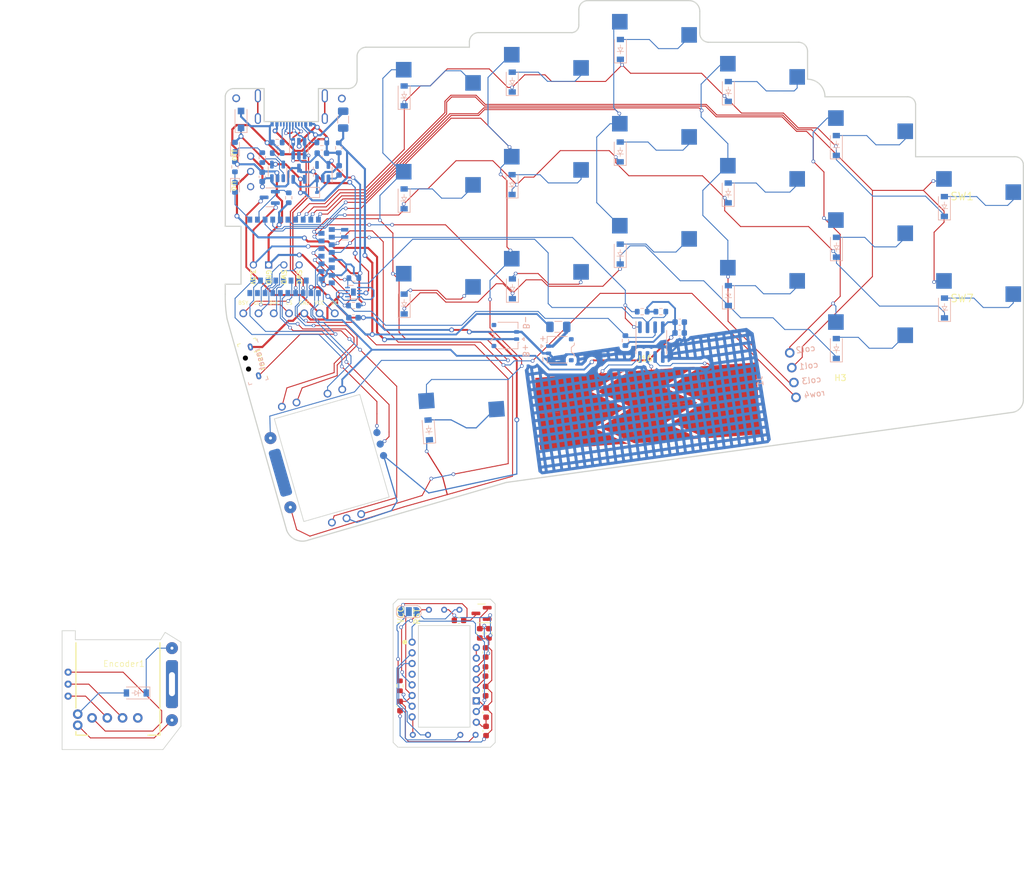
<source format=kicad_pcb>
(kicad_pcb (version 20211014) (generator pcbnew)
  (layers (0 "F.Cu" signal) (31 "B.Cu" signal) (34 "B.Paste" user) (35 "F.Paste" user) (36 "B.SilkS" user "B.Silkscreen") (37 "F.SilkS" user "F.Silkscreen") (38 "B.Mask" user) (39 "F.Mask" user) (44 "Edge.Cuts" user))
  (net 0 "")
  (net 1 "/mcu/VRAW")
  (net 2 "GND")
  (net 3 "Net-(D1-Pad2)")
  (net 4 "Net-(D2-Pad2)")
  (net 5 "Net-(D3-Pad2)")
  (net 6 "Net-(D4-Pad2)")
  (net 7 "Net-(D5-Pad2)")
  (net 8 "Net-(D6-Pad2)")
  (net 9 "Net-(D7-Pad2)")
  (net 10 "Net-(D8-Pad2)")
  (net 11 "Net-(D9-Pad2)")
  (net 12 "Net-(D10-Pad2)")
  (net 13 "Net-(D11-Pad2)")
  (net 14 "Net-(D12-Pad2)")
  (net 15 "Net-(D14-Pad2)")
  (net 16 "Net-(D15-Pad2)")
  (net 17 "Net-(D16-Pad2)")
  (net 18 "Net-(D17-Pad2)")
  (net 19 "/mcu/VBUS")
  (net 20 "Net-(C2-Pad1)")
  (net 21 "/mcu/nRF_VDD")
  (net 22 "/mcu/VBAT")
  (net 23 "Net-(C5-Pad1)")
  (net 24 "/trackball/GND")
  (net 25 "/trackball/1.8V")
  (net 26 "Net-(C8-Pad1)")
  (net 27 "Net-(C8-Pad2)")
  (net 28 "/trackball/3.3V")
  (net 29 "Net-(C12-Pad1)")
  (net 30 "/VCC")
  (net 31 "/keyboard/ROW_1")
  (net 32 "/keyboard/ROW_2")
  (net 33 "/keyboard/ROW_3")
  (net 34 "/encoder/ROW_4")
  (net 35 "Net-(D18-Pad2)")
  (net 36 "/mcu/BLUE_LED")
  (net 37 "/encoder/ENC_A")
  (net 38 "/encoder/ENC_B")
  (net 39 "/encoder/COL_4")
  (net 40 "/encoder/GND")
  (net 41 "Net-(F1-Pad2)")
  (net 42 "Net-(F2-Pad2)")
  (net 43 "/keyboard/COL_1")
  (net 44 "/keyboard/COL_2")
  (net 45 "/keyboard/COL_3")
  (net 46 "/mcu/0.07{slash}hi")
  (net 47 "/mcu/0.22{slash}hi")
  (net 48 "/mcu/1.02")
  (net 49 "/mcu/1.04")
  (net 50 "/mcu/1.00{slash}hi")
  (net 51 "Net-(J12-PadA5)")
  (net 52 "/mcu/D+")
  (net 53 "/mcu/D-")
  (net 54 "Net-(J12-PadB5)")
  (net 55 "unconnected-(J12-PadS1)")
  (net 56 "Net-(J16-Pad1)")
  (net 57 "Net-(J16-Pad2)")
  (net 58 "Net-(J16-Pad3)")
  (net 59 "/mcu/VCC_CTRL")
  (net 60 "Net-(R6-Pad2)")
  (net 61 "Net-(R7-Pad1)")
  (net 62 "/mcu/SDA")
  (net 63 "/mcu/SCL")
  (net 64 "/touchbar/INT")
  (net 65 "/COL6")
  (net 66 "/keyboard/COL_5")
  (net 68 "/mcu/RESET")
  (net 71 "/trackball/SDIO")
  (net 72 "/trackball/SCLK")
  (net 74 "/trackball/NCS")
  (net 75 "/trackball/NRESET")
  (net 76 "/trackball/MOTION")
  (net 77 "Net-(U6-Pad15)")
  (net 78 "Net-(U1-Pad13)")
  (net 79 "Net-(U1-Pad11)")
  (net 80 "/mcu/0.20{slash}hi")
  (net 81 "/mcu/0.12{slash}hi")
  (net 83 "/mcu/0.15{slash}hi")
  (net 84 "/mcu/0.17{slash}hi")
  (net 85 "/mcu/SWD")
  (net 86 "/mcu/SWC")
  (net 87 "/mcu/1.06")
  (net 88 "/mcu/0.10{slash}nfc")
  (net 91 "/mcu/0.24")
  (net 92 "/mcu/0.13")
  (net 93 "Net-(JP1-Pad2)")
  (net 94 "/ROW4")
  (net 95 "/keyboard/COL_4")
  (net 96 "/mcu/0.09{slash}nfc")
  (net 97 "Net-(R13-Pad2)")
  (net 98 "Net-(D20-Pad2)")
  (net 99 "Net-(D21-Pad2)")
  (net 100 "Net-(D23-Pad1)")
  (net 101 "Net-(D24-Pad1)")
  (footprint "Capacitor_SMD:C_0603_1608Metric" (layer "F.Cu") (at 120.804 141.526 -90)
    (fp_text reference "C6" hide)
    (fp_text value "100n")
  )
  (footprint "Capacitor_SMD:C_0603_1608Metric" (layer "F.Cu") (at 120.254 151.156 90)
    (fp_text reference "C5" hide)
    (fp_text value "10n")
  )
  (footprint "mylib:Kailh_Choc_Hotplug" (layer "F.Cu") (at 127.878745 68.031463)
    (fp_text reference "SW11" hide)
    (fp_text value "SW_PUSH-kbd" hide)
  )
  (footprint "mylib:Kailh_Choc_Hotplug" (layer "F.Cu") (at 114.074 108.48 4)
    (fp_text reference "SW20" hide)
    (fp_text value "SW_PUSH-kbd" hide)
  )
  (footprint "mylib:Conn_Display_MountHole" (layer "F.Cu") (at 87.5 88.19)
    (fp_text reference "J9" hide)
    (fp_text value "Conn_Display_general")
  )
  (footprint "mylib:PMW3610-Ref-Male" (layer "F.Cu") (at 108 143)
    (fp_text reference "J3" hide)
    (fp_text value "Conn_01x07")
    (fp_line (start -2.35 17.52) (end -3.15 16.72) (layer "Edge.Cuts") (width 0.12))
    (fp_line (start 13.85 -6.37) (end 13.85 16.72) (layer "Edge.Cuts") (width 0.12))
    (fp_line (start -3.15 16.72) (end -3.15 -6.37) (layer "Edge.Cuts") (width 0.12))
    (fp_line (start 13.05 17.52) (end -2.35 17.52) (layer "Edge.Cuts") (width 0.12))
    (fp_line (start 13.05 -7.17) (end 13.85 -6.37) (layer "Edge.Cuts") (width 0.12))
    (fp_line (start 13.85 16.72) (end 13.05 17.52) (layer "Edge.Cuts") (width 0.12))
    (fp_line (start -2.35 -7.17) (end 13.05 -7.17) (layer "Edge.Cuts") (width 0.12))
    (fp_line (start -3.15 -6.37) (end -2.35 -7.17) (layer "Edge.Cuts") (width 0.12))
  )
  (footprint "mylib:Kailh_Choc_Hotplug" (layer "F.Cu") (at 145.878745 62.531463)
    (fp_text reference "SW10" hide)
    (fp_text value "SW_PUSH-kbd" hide)
  )
  (footprint "MountingHole:MountingHole_3.2mm_M3_DIN965" (layer "F.Cu") (at 179.352 105.686)
    (fp_text reference "H3")
    (fp_text value "MountingHole")
  )
  (footprint "mylib:Kailh_Choc_Hotplug" (layer "F.Cu") (at 145.878745 45.531463)
    (fp_text reference "SW4" hide)
    (fp_text value "SW_PUSH-kbd" hide)
  )
  (footprint "mylib:TouchSlider-3_36x12mm" (layer "F.Cu") (at 147.3 103.658272 4)
    (fp_text reference "J16")
    (fp_text value "Conn_01x03_Male")
  )
  (footprint "mylib:Kailh_Choc_Hotplug" (layer "F.Cu") (at 163.878745 86.531463)
    (fp_text reference "SW15" hide)
    (fp_text value "SW_PUSH-kbd" hide)
  )
  (footprint "mylib:Panasonic_EVQWGD001_Ref" (layer "F.Cu") (at 93.754 112.544 -74)
    (fp_text reference "Ref1" hide)
    (fp_text value "Conn_01x05")
    (fp_rect (start -8.9 -8.3) (end 8.9 6.5) (layer "Edge.Cuts") (width 0.12) (fill none))
  )
  (footprint "mylib:Kailh_Choc_Hotplug" (layer "F.Cu") (at 181.878745 61.592)
    (fp_text reference "SW2" hide)
    (fp_text value "SW_PUSH-kbd" hide)
  )
  (footprint "mylib:Kailh_Choc_Hotplug" (layer "F.Cu") (at 109.878745 70.531463)
    (fp_text reference "SW12" hide)
    (fp_text value "SW_PUSH-kbd" hide)
  )
  (footprint "mylib:Kailh_Choc_Hotplug" (layer "F.Cu") (at 199.878745 71.736537)
    (fp_text reference "SW1")
    (fp_text value "SW_PUSH-kbd" hide)
  )
  (footprint "Connector_PinHeader_2.54mm:PinHeader_1x04_P2.54mm_Vertical" (layer "F.Cu") (at 89.184 80.116 -90)
    (fp_text reference "J11" hide)
    (fp_text value "Conn_01x04_Female")
  )
  (footprint "MountingHole:MountingHole_3.2mm_M3_DIN965" (layer "F.Cu") (at 136.804 43.066)
    (fp_text reference "H6" hide)
    (fp_text value "MountingHole")
  )
  (footprint "Capacitor_SMD:C_0603_1608Metric" (layer "F.Cu") (at 115.814 139.366)
    (fp_text reference "C9" hide)
    (fp_text value "1u")
  )
  (footprint "mylib:Panasonic_EVQWGD001_Latest" (layer "F.Cu") (at 60 150 90)
    (fp_text reference "Encoder1" hide)
    (fp_text value "RotaryEncoder")
  )
  (footprint "Capacitor_SMD:C_0603_1608Metric" (layer "F.Cu") (at 120.324 157.806 -90)
    (fp_text reference "C12" hide)
    (fp_text value " 10u (X7R)")
  )
  (footprint "mylib:Kailh_Choc_Hotplug" (layer "F.Cu") (at 127.878745 51.031463)
    (fp_text reference "SW5" hide)
    (fp_text value "SW_PUSH-kbd" hide)
  )
  (footprint "mylib:SW_BSI10" (layer "F.Cu") (at 77.8 64.538 90)
    (fp_text reference "SW_Bat1" hide)
    (fp_text value "SW_Battery-kbd")
  )
  (footprint "mylib:Kailh_Choc_Hotplug" (layer "F.Cu") (at 109.878745 53.531463)
    (fp_text reference "SW6" hide)
    (fp_text value "SW_PUSH-kbd" hide)
  )
  (footprint "mylib:Kailh_Choc_Hotplug" (layer "F.Cu") (at 163.878745 69.531463)
    (fp_text reference "SW9" hide)
    (fp_text value "SW_PUSH-kbd" hide)
  )
  (footprint "Package_TO_SOT_SMD:SOT-23" (layer "F.Cu") (at 119.574 138.206 180)
    (fp_text reference "U7" hide)
    (fp_text value "MCP1700-1802E-TT")
  )
  (footprint "MountingHole:MountingHole_3.2mm_M3_DIN965" (layer "F.Cu") (at 138.994 91.686)
    (fp_text reference "H2" hide)
    (fp_text value "MountingHole")
  )
  (footprint "mylib:Kailh_Choc_Hotplug" (layer "F.Cu") (at 109.878745 87.531463)
    (fp_text reference "SW18" hide)
    (fp_text value "SW_PUSH-kbd" hide)
  )
  (footprint "MountingHole:MountingHole_3.2mm_M3_DIN965" (layer "F.Cu") (at 90.96 96.034)
    (fp_text reference "H1" hide)
    (fp_text value "MountingHole")
  )
  (footprint "Capacitor_SMD:C_0603_1608Metric" (layer "F.Cu") (at 119.284 141.526 -90)
    (fp_text reference "C10" hide)
    (fp_text value "1u")
  )
  (footprint "mylib:Kailh_Choc_Hotplug" (layer "F.Cu") (at 145.878745 79.531463)
    (fp_text reference "SW16" hide)
    (fp_text value "SW_PUSH-kbd" hide)
  )
  (footprint "Resistor_SMD:R_0603_1608Metric" (layer "F.Cu") (at 105.974 150.276 -90)
    (fp_text reference "R13" hide)
    (fp_text value "2M")
  )
  (footprint "Capacitor_SMD:C_0603_1608Metric" (layer "F.Cu") (at 120.259 144.706 90)
    (fp_text reference "C7" hide)
    (fp_text value "3.3u/16V")
  )
  (footprint "MountingHole:MountingHole_3.2mm_M3_DIN965" (layer "F.Cu") (at 191.174 80.226)
    (fp_text reference "H4" hide)
    (fp_text value "MountingHole")
  )
  (footprint "MountingHole:MountingHole_3.2mm_M3_DIN965" (layer "F.Cu") (at 173.934 52.036)
    (fp_text reference "H5" hide)
    (fp_text value "MountingHole")
  )
  (footprint "mylib:Kailh_Choc_Hotplug" (layer "F.Cu") (at 163.878745 52.531463)
    (fp_text reference "SW3" hide)
    (fp_text value "SW_PUSH-kbd" hide)
  )
  (footprint "Capacitor_SMD:C_0603_1608Metric" (layer "F.Cu") (at 120.234 147.886 -90)
    (fp_text reference "C8" hide)
    (fp_text value " 100n (X7R)")
  )
  (footprint "mylib:Kailh_Choc_Hotplug" (layer "F.Cu") (at 181.878745 95.592)
    (fp_text reference "SW14" hide)
    (fp_text value "SW_PUSH-kbd" hide)
  )
  (footprint "mylib:PMW3610" (layer "F.Cu") (at 108 143)
    (fp_text reference "U6" hide)
    (fp_text value "PMW3610")
    (fp_line (start 1.05 -2.78) (end 1.05 14.18) (layer "Edge.Cuts") (width 0.12))
    (fp_line (start 1.05 -2.78) (end 9.65 -2.78) (layer "Edge.Cuts") (width 0.12))
    (fp_line (start 1.05 14.18) (end 9.65 14.18) (layer "Edge.Cuts") (width 0.12))
    (fp_line (start 9.65 -2.78) (end 9.65 14.18) (layer "Edge.Cuts") (width 0.12))
  )
  (footprint "mylib:Kailh_Choc_Hotplug" (layer "F.Cu") (at 199.878745 88.736537)
    (fp_text reference "SW7")
    (fp_text value "SW_PUSH-kbd" hide)
  )
  (footprint "mylib:Kailh_Choc_Hotplug" (layer "F.Cu") (at 127.878745 85.031463)
    (fp_text reference "SW17" hide)
    (fp_text value "SW_PUSH-kbd" hide)
  )
  (footprint "Capacitor_SMD:C_0603_1608Metric" (layer "F.Cu") (at 120.324 154.736 90)
    (fp_text reference "C13" hide)
    (fp_text value " 10n (X7R)")
  )
  (footprint "mylib:Kailh_Choc_Hotplug" (layer "F.Cu") (at 181.878745 78.592)
    (fp_text reference "SW8" hide)
    (fp_text value "SW_PUSH-kbd" hide)
  )
  (footprint "MountingHole:MountingHole_3.2mm_M3_DIN965" (layer "F.Cu") (at 101.034 45.986)
    (fp_text reference "H7" hide)
    (fp_text value "MountingHole")
  )
  (footprint "mylib:Panasonic_EVQWGD001_Ref_Male" (layer "F.Cu") (at 60 150 90)
    (fp_text reference "J5" hide)
    (fp_text value "Conn_01x05")
    (fp_line (start 8.9 -8.1) (end 7.4 -8.1) (layer "Edge.Cuts") (width 0.12))
    (fp_line (start -10.9 -10.3) (end 8.9 -10.3) (layer "Edge.Cuts") (width 0.12))
    (fp_line (start 8.9 -10.3) (end 8.9 -8.1) (layer "Edge.Cuts") (width 0.12))
    (fp_line (start 7.4 6.1) (end 8.636 6.858) (layer "Edge.Cuts") (width 0.12))
    (fp_line (start 7.4 -8.1) (end 7.4 6.1) (layer "Edge.Cuts") (width 0.12))
    (fp_line (start -7 9.5) (end -10.9 6.5) (layer "Edge.Cuts") (width 0.12))
    (fp_line (start -10.9 6.5) (end -10.9 -10.3) (layer "Edge.Cuts") (width 0.12))
    (fp_line (start 8.636 6.858) (end 7 9.5) (layer "Edge.Cuts") (width 0.12))
    (fp_line (start 7 9.5) (end -7 9.5) (layer "Edge.Cuts") (width 0.12))
  )
  (footprint "Capacitor_SMD:C_0603_1608Metric" (layer "F.Cu") (at 105.994 153.646 -90)
    (fp_text reference "C11" hide)
    (fp_text value "100n")
  )
  (footprint "Resistor_SMD:R_0603_1608Metric" (layer "B.Cu") (at 98.235 86.89 180)
    (fp_text reference "R9" hide)
    (fp_text value "5.1k")
  )
  (footprint "mylib:Diode" (layer "B.Cu") (at 160.684 51.206 90)
    (fp_text reference "D3" hide)
    (fp_text value "1N4148W" hide)
  )
  (footprint "Fuse:Fuse_1206_3216Metric" (layer "B.Cu") (at 96.52 55.902 90)
    (fp_text reference "F1" hide)
    (fp_text value "500mA")
  )
  (footprint "mylib:Diode" (layer "B.Cu") (at 124.684 49.646 90)
    (fp_text reference "D5" hide)
    (fp_text value "1N4148W" hide)
  )
  (footprint "Resistor_SMD:R_0603_1608Metric" (layer "B.Cu") (at 146.332 87.906 180)
    (fp_text reference "R12" hide)
    (fp_text value "10k")
  )
  (footprint "mylib:Diode" (layer "B.Cu") (at 196.694 87.296537 90)
    (fp_text reference "D7" hide)
    (fp_text value "1N4148W" hide)
  )
  (footprint "mylib:Diode" (layer "B.Cu") (at 106.68 51.942 90)
    (fp_text reference "D6" hide)
    (fp_text value "1N4148W" hide)
  )
  (footprint "Capacitor_SMD:C_0603_1608Metric" (layer "B.Cu") (at 95.844 64.356 90)
    (fp_text reference "C2" hide)
    (fp_text value "10u")
  )
  (footprint "mylib:Diode" (layer "B.Cu") (at 196.674 70.376537 90)
    (fp_text reference "D1" hide)
    (fp_text value "1N4148W" hide)
  )
  (footprint "Resistor_SMD:R_0603_1608Metric" (layer "B.Cu") (at 143.538 92.732 90)
    (fp_text reference "R10" hide)
    (fp_text value "10k")
  )
  (footprint "mylib:nrfmicro_USB-C_C168688" (layer "B.Cu") (at 87.878743 56.221463 180)
    (fp_text reference "J12" hide)
    (fp_text value "USB-C USB 2.0 MC-372")
  )
  (footprint "mylib:Diode" (layer "B.Cu") (at 106.674 69.106 90)
    (fp_text reference "D12" hide)
    (fp_text value "1N4148W" hide)
  )
  (footprint "mylib:Diode" (layer "B.Cu") (at 124.654 66.726 90)
    (fp_text reference "D11" hide)
    (fp_text value "1N4148W" hide)
  )
  (footprint "mylib:Diode" (layer "B.Cu") (at 160.694 85.226 90)
    (fp_text reference "D15" hide)
    (fp_text value "1N4148W" hide)
  )
  (footprint "Crystal:Crystal_SMD_MicroCrystal_CM9V-T1A-2Pin_1.6x1.0mm" (layer "B.Cu") (at 96.774 74.86 90)
    (fp_text reference "X1" hide)
    (fp_text value "32.768 kHz")
  )
  (footprint "Diode_SMD:D_SOD-123F" (layer "B.Cu") (at 79.504 55.8585 90)
    (fp_text reference "D25" hide)
    (fp_text value "SMF9.0CA")
  )
  (footprint "mylib:MAX17048-TDFN-8-1EP_2x2mm_P0.5mm_EP0.8x1.2mm" (layer "B.Cu") (at 98.226 84.65 180)
    (fp_text reference "U4" hide)
    (fp_text value "MAX17048")
  )
  (footprint "Resistor_SMD:R_0603_1608Metric" (layer "B.Cu") (at 85.534 61.476)
    (fp_text reference "R7" hide)
    (fp_text value "5K")
  )
  (footprint "mylib:Diode" (layer "B.Cu") (at 124.714 84.096 90)
    (fp_text reference "D17" hide)
    (fp_text value "1N4148W" hide)
  )
  (footprint "mylib:JST_ACH_BM02B-ACHSS-GAN-ETF_1x02-1MP_P1.20mm_Vertical" (layer "B.Cu") (at 132.616 94.256 -90)
    (fp_text reference "WirelessCharger1" hide)
    (fp_text value "Conn_01x02_Female" hide)
  )
  (footprint "Capacitor_SMD:C_0603_1608Metric" (layer "B.Cu") (at 92.964 61.49)
    (fp_text reference "C3" hide)
    (fp_text value "4.7u")
  )
  (footprint "Capacitor_SMD:C_0603_1608Metric" (layer "B.Cu") (at 152.584 89.656)
    (fp_text reference "C15" hide)
    (fp_text value "1uF")
  )
  (footprint "mylib:E73-2G4M08S1C-52840" (layer "B.Cu") (at 95 78.69 180)
    (fp_text reference "U1" hide)
    (fp_text value "E73-2G4M08S1C" hide)
  )
  (footprint "LED_SMD:LED_0603_1608Metric" (layer "B.Cu") (at 78.5 67.19 -90)
    (fp_text reference "D23" hide)
    (fp_text value "BLUE")
  )
  (footprint "Capacitor_SMD:C_0603_1608Metric" (layer "B.Cu") (at 83.034 65.446 90)
    (fp_text reference "C4" hide)
    (fp_text value "0.1u")
  )
  (footprint "Package_TO_SOT_SMD:SOT-23-5" (layer "B.Cu") (at 93.114 64.586 90)
    (fp_text reference "U3" hide)
    (fp_text value "XC6220B331MR-G")
  )
  (footprint "mylib:Diode" (layer "B.Cu") (at 178.674 94.046537 90)
    (fp_text reference "D14" hide)
    (fp_text value "1N4148W" hide)
  )
  (footprint "Capacitor_SMD:C_0603_1608Metric" (layer "B.Cu") (at 98.236 88.922)
    (fp_text reference "C1" hide)
    (fp_text value "4.7u")
  )
  (footprint "Resistor_SMD:R_0603_1608Metric" (layer "B.Cu") (at 149.443 87.906)
    (fp_text reference "R11" hide)
    (fp_text value "10k")
  )
  (footprint "Resistor_SMD:R_0603_1608Metric" (layer "B.Cu") (at 92.964 59.712 180)
    (fp_text reference "R2" hide)
    (fp_text value "5.1K")
  )
  (footprint "mylib:SW_Reset_vertical" (layer "B.Cu") (at 79.677489 96.796 -74)
    (fp_text reference "SW_Reset1" hide)
    (fp_text value "SW_RESET-kbd")
  )
  (footprint "Package_TO_SOT_SMD:SOT-23" (layer "B.Cu") (at 89.154 64.916 90)
    (fp_text reference "Q1" hide)
    (fp_text value "AO3407")
  )
  (footprint "mylib:Diode" (layer "B.Cu") (at 62.064 151.466 180)
    (fp_text reference "D21" hide)
    (fp_text value "1N4148W" hide)
  )
  (footprint "Resistor_SMD:R_0603_1608Metric" (layer "B.Cu") (at 78.486 63.776 90)
    (fp_text reference "R4" hide)
    (fp_text value "1K")
  )
  (footprint "mylib:JST_ACH_BM02B-ACHSS-GAN-ETF_1x02-1MP_P1.20mm_Vertical" (layer "B.Cu") (at 123.534 91.886 90)
    (fp_text reference "Bat_main1" hide)
    (fp_text value "Conn_Battery_solderable")
  )
  (footprint "Fuse:Fuse_1206_3216Metric" (layer "B.Cu") (at 132.362 90.446)
    (fp_text reference "F2" hide)
    (fp_text value "500mA")
  )
  (footprint "mylib:Diode" (layer "B.Cu") (at 142.674 61.286 90)
    (fp_text reference "D10" hide)
    (fp_text value "1N4148W" hide)
  )
  (footprint "Resistor_SMD:R_0603_1608Metric" (layer "B.Cu") (at 95.784 60.606 -90)
    (fp_text reference "R3" hide)
    (fp_text value "100K")
  )
  (footprint "Resistor_SMD:R_0603_1608Metric" (layer "B.Cu") (at 85.534 59.712 180)
    (fp_text reference "R1" hide)
    (fp_text value "5.1K")
  )
  (footprint "mylib:Diode" (layer "B.Cu") (at 142.674 78.306 90)
    (fp_text reference "D16" hide)
    (fp_text value "1N4148W" hide)
  )
  (footprint "Package_TO_SOT_SMD:SOT-23" (layer "B.Cu") (at 84.284 68.856 180)
    (fp_text reference "Q2" hide)
    (fp_text value "AO3407")
  )
  (footprint "mylib:SRV05-4" (layer "B.Cu") (at 89.144 60.728 -90)
    (fp_text reference "U2" hide)
    (fp_text value "SRV05-4")
  )
  (footprint "mylib:Diode" (layer "B.Cu") (at 178.694 77.166537 90)
    (fp_text reference "D8" hide)
    (fp_text value "1N4148W" hide)
  )
  (footprint "Package_TO_SOT_SMD:SOT-23-5" (layer "B.Cu") (at 85.594 64.526 90)
    (fp_text reference "U5" hide)
    (fp_text value "TP4054")
  )
  (footprint "Resistor_SMD:R_0603_1608Metric" (layer "B.Cu") (at 83.044 62.236 -90)
    (fp_text reference "R6" hide)
    (fp_text value "1K")
  )
  (footprint "mylib:Diode" (layer "B.Cu") (at 160.664 68.116 90)
    (fp_text reference "D9" hide)
    (fp_text value "1N4148W" hide)
  )
  (footprint "mylib:PMW3610-Ref" (layer "B.Cu") (at 90.452 118.64 16)
    (fp_text reference "Ref2" hide)
    (fp_text value "Conn_1x07")
  )
  (footprint "Resistor_SMD:R_0603_1608Metric" (layer "B.Cu") (at 87.454 68.926 -90)
    (fp_text reference "R5" hide)
    (fp_text value "2M")
  )
  (footprint "Resistor_SMD:R_0603_1608Metric" (layer "B.Cu") (at 98.298 82.318 180)
    (fp_text reference "R8" hide)
    (fp_text value "5.1k")
  )
  (footprint "mylib:Diode" (layer "B.Cu") (at 106.68 86.636 90)
    (fp_text reference "D18" hide)
    (fp_text value "1N4148W" hide)
  )
  (footprint "LED_SMD:LED_0603_1608Metric" (layer "B.Cu") (at 78.5 60.474 90)
    (fp_text reference "D24" hide)
    (fp_text value "RED")
  )
  (footprint "mylib:Diode" (layer "B.Cu") (at 110.784 107.616 94)
    (fp_text reference "D20" hide)
    (fp_text value "1N4148W" hide)
  )
  (footprint "mylib:Diode" (layer "B.Cu") (at 178.674 60.206537 90)
    (fp_text reference "D2" hide)
    (fp_text value "1N4148W" hide)
  )
  (footprint "Package_SO:SOIC-8_3.9x4.9mm_P1.27mm" (layer "B.Cu") (at 147.856 92.986 -90)
    (fp_text reference "U8" hide)
    (fp_text value "CAP1203")
  )
  (footprint "Diode_SMD:D_SOD-323" (layer "B.Cu") (at 91.104 68.046 180)
    (fp_text reference "D22" hide)
    (fp_text value "BAT60B")
  )
  (footprint "Capacitor_SMD:C_0603_1608Metric" (layer "B.Cu") (at 152.574 91.456)
    (fp_text reference "C14" hide)
    (fp_text value "0.1uF")
  )
  (footprint "mylib:Diode" (layer "B.Cu") (at 142.704 44.196 90)
    (fp_text reference "D4" hide)
    (fp_text value "1N4148W" hide)
  )
  (footprint "Jumper:SolderJumper-3_P1.3mm_Open_RoundedPad1.0x1.5mm_NumberLabels" (layer "B.Cu") (at 107.454 137.916 180)
    (fp_text reference "JP1" hide)
    (fp_text value "SolderJumper_3_Open")
  )
  (footprint "mylib:Magnetic-PogoPin-1x04-Female" (layer "B.Cu") (at 171.434 98.483835 -82)
    (fp_text reference "J1")
    (fp_text value "expantion1")
  )
  (gr_line (start 157.328743 43.006463) (end 172.378743 43.006463) (layer "Edge.Cuts") (width 0.2))
  (gr_arc (start 154.233743 36.061463) (mid 155.438805 36.621321) (end 155.928743 37.856463) (layer "Edge.Cuts") (width 0.2))
  (gr_arc (start 98.834 45.3) (mid 99.284338 44.283557) (end 100.3 43.831463) (layer "Edge.Cuts") (width 0.2))
  (gr_line (start 176.778743 52.092) (end 190.528743 52.092) (layer "Edge.Cuts") (width 0.2))
  (gr_line (start 79.502 83.334) (end 76.878743 83.334) (layer "Edge.Cuts") (width 0.2))
  (gr_line (start 77.184 89.126) (end 87.104 124.346) (layer "Edge.Cuts") (width 0.2))
  (gr_arc (start 135.778938 37.54105) (mid 136.222437 36.490666) (end 137.278743 36.061463) (layer "Edge.Cuts") (width 0.2))
  (gr_arc (start 173.878743 49.167) (mid 175.93453 50.02889) (end 176.778743 52.092) (layer "Edge.Cuts") (width 0.2))
  (gr_line (start 83.348743 56.221463) (end 92.398743 56.221463) (layer "Edge.Cuts") (width 0.2))
  (gr_line (start 79.502 73.682) (end 79.502 83.334) (layer "Edge.Cuts") (width 0.2))
  (gr_line (start 83.348743 50.723963) (end 83.348743 56.221463) (layer "Edge.Cuts") (width 0.2))
  (gr_line (start 97.378743 50.721463) (end 92.398743 50.723963) (layer "Edge.Cuts") (width 0.2))
  (gr_arc (start 172.378743 43.006463) (mid 173.439403 43.445803) (end 173.878743 44.506463) (layer "Edge.Cuts") (width 0.2))
  (gr_arc (start 77.184 89.126) (mid 76.933638 87.070231) (end 76.878743 85) (layer "Edge.Cuts") (width 0.2))
  (gr_line (start 119.158999 41.4) (end 134.628743 41.4) (layer "Edge.Cuts") (width 0.2))
  (gr_line (start 191.878743 53.367) (end 191.878743 62.086532) (layer "Edge.Cuts") (width 0.2))
  (gr_arc (start 98.834 49.168) (mid 98.44816 50.264913) (end 97.378743 50.721463) (layer "Edge.Cuts") (width 0.2))
  (gr_line (start 173.878743 44.506463) (end 173.878743 49.167) (layer "Edge.Cuts") (width 0.2))
  (gr_line (start 123.704 116.376) (end 90.714 125.986) (layer "Edge.Cuts") (width 0.2))
  (gr_line (start 76.878743 83.334) (end 76.878743 85) (layer "Edge.Cuts") (width 0.2))
  (gr_arc (start 190.528743 52.092) (mid 191.467805 52.449905) (end 191.878743 53.367) (layer "Edge.Cuts") (width 0.2))
  (gr_line (start 137.278743 36.061463) (end 154.233743 36.061463) (layer "Edge.Cuts") (width 0.2))
  (gr_arc (start 90.714 125.986) (mid 88.569345 125.913655) (end 87.104 124.346) (layer "Edge.Cuts") (width 0.2))
  (gr_line (start 123.704 116.376) (end 208.1918 104.669987) (layer "Edge.Cuts") (width 0.2))
  (gr_line (start 155.928743 37.856463) (end 155.928743 41.426) (layer "Edge.Cuts") (width 0.2))
  (gr_arc (start 117.550501 42.856384) (mid 118.053123 41.795061) (end 119.158999 41.4) (layer "Edge.Cuts") (width 0.2))
  (gr_line (start 76.878743 73.682) (end 76.878743 51.971463) (layer "Edge.Cuts") (width 0.2))
  (gr_line (start 98.834 49.168) (end 98.834 45.3) (layer "Edge.Cuts") (width 0.2))
  (gr_line (start 191.878743 62.086532) (end 208.308 62.086532) (layer "Edge.Cuts") (width 0.2))
  (gr_arc (start 209.831984 102.535003) (mid 209.388821 103.892068) (end 208.1918 104.669987) (layer "Edge.Cuts") (width 0.2))
  (gr_line (start 117.550501 43.831463) (end 117.550501 42.856384) (layer "Edge.Cuts") (width 0.2))
  (gr_line (start 209.832 63.346537) (end 209.831984 102.535003) (layer "Edge.Cuts") (width 0.2))
  (gr_line (start 92.398743 56.221463) (end 92.398743 50.723963) (layer "Edge.Cuts") (width 0.2))
  (gr_line (start 83.348743 50.723963) (end 78.378743 50.721463) (layer "Edge.Cuts") (width 0.2))
  (gr_arc (start 76.878743 51.971463) (mid 77.381918 51.050273) (end 78.378743 50.721463) (layer "Edge.Cuts") (width 0.2))
  (gr_line (start 135.778743 40.1) (end 135.778743 37.541063) (layer "Edge.Cuts") (width 0.2))
  (gr_line (start 76.878743 73.682) (end 79.502 73.682) (layer "Edge.Cuts") (width 0.2))
  (gr_arc (start 208.308 62.086532) (mid 209.330956 62.400904) (end 209.832 63.346537) (layer "Edge.Cuts") (width 0.2))
  (gr_arc (start 157.328743 43.006463) (mid 156.301419 42.506181) (end 155.928743 41.426) (layer "Edge.Cuts") (width 0.2))
  (gr_arc (start 135.778743 40.1) (mid 135.472982 40.988173) (end 134.628743 41.4) (layer "Edge.Cuts") (width 0.2))
  (gr_line (start 100.3 43.831463) (end 117.550501 43.831463) (layer "Edge.Cuts") (width 0.2))
  (gr_text "VCC" (at 106.104 138.456 90) (layer "F.SilkS") (effects (font (size 1 1))))
  (gr_text "RST" (at 108.834 138.716 90) (layer "F.SilkS") (effects (font (size 1 1))))
  (segment (start 102.164 78.79) (end 102.164 91.341023) (width 0.35) (layer "F.Cu") (net 1))
  (segment (start 102.164 91.341023) (end 103.406 92.583023) (width 0.35) (layer "F.Cu") (net 1))
  (segment (start 79.766 65.838) (end 78.826 66.778) (width 0.35) (layer "F.Cu") (net 1))
  (segment (start 95.056 77.278) (end 100.652 77.278) (width 0.35) (layer "F.Cu") (net 1))
  (segment (start 79.8 65.838) (end 79.766 65.838) (width 0.35) (layer "F.Cu") (net 1))
  (segment (start 78.826 66.778) (end 78.826 71.978) (width 0.35) (layer "F.Cu") (net 1))
  (segment (start 81.1 64.538) (end 79.8 65.838) (width 0.35) (layer "F.Cu") (net 1))
  (segment (start 90.056 75.628) (end 90.636 76.208) (width 0.35) (layer "F.Cu") (net 1))
  (segment (start 100.652 77.278) (end 102.164 78.79) (width 0.35) (layer "F.Cu") (net 1))
  (segment (start 93.986 76.208) (end 95.056 77.278) (width 0.35) (layer "F.Cu") (net 1))
  (segment (start 90.636 76.208) (end 93.986 76.208) (width 0.35) (layer "F.Cu") (net 1))
  (via (at 103.406 92.583023) (size 0.8) (drill 0.5) (layers "F.Cu" "B.Cu") (net 1))
  (via (at 78.826 71.978) (size 0.8) (drill 0.5) (layers "F.Cu" "B.Cu") (net 1))
  (via (at 90.056 75.628) (size 0.8) (drill 0.5) (layers "F.Cu" "B.Cu") (net 1))
  (segment (start 82.376 75.528) (end 89.956 75.528) (width 0.35) (layer "B.Cu") (net 1))
  (segment (start 103.503023 92.486) (end 103.406 92.583023) (width 0.35) (layer "B.Cu") (net 1))
  (segment (start 89.956 75.528) (end 90.056 75.628) (width 0.35) (layer "B.Cu") (net 1))
  (segment (start 78.826 71.978) (end 82.376 75.528) (width 0.35) (layer "B.Cu") (net 1))
  (segment (start 125.409 92.486) (end 103.503023 92.486) (width 0.35) (layer "B.Cu") (net 1))
  (segment (start 89.901988 61.662012) (end 85.760012 61.662012) (width 0.35) (layer "F.Cu") (net 2))
  (segment (start 80.906 56.808) (end 83.856 59.758) (width 0.35) (layer "F.Cu") (net 2))
  (segment (start 93.286 82.028) (end 89.716 78.458) (width 0.35) (layer "F.Cu") (net 2))
  (segment (start 117.202 90.954) (end 117.534 91.286) (width 0.3) (layer "F.Cu") (net 2))
  (segment (start 89.716 78.458) (end 89.216 78.458) (width 0.35) (layer "F.Cu") (net 2))
  (segment (start 95.532 86.912) (end 97.526 88.906) (width 0.3) (layer "F.Cu") (net 2))
  (segment (start 78.883 60.965) (end 78.056 60.138) (width 0.35) (layer "F.Cu") (net 2))
  (segment (start 83.049775 93.800225) (end 81.055108 93.800225) (width 0.35) (layer "F.Cu") (net 2))
  (segment (start 125.444 95.986) (end 125.444 105.936) (width 0.3) (layer "F.Cu") (net 2))
  (segment (start 92.406 59.158) (end 89.901988 61.662012) (width 0.35) (layer "F.Cu") (net 2))
  (segment (start 95.996 85.128) (end 96.176 85.128) (width 0.35) (layer "F.Cu") (net 2))
  (segment (start 94.466 83.418) (end 96.176 85.128) (width 0.2) (layer "F.Cu") (net 2))
  (segment (start 93.894 87.23) (end 95.996 85.128) (width 0.35) (layer "F.Cu") (net 2))
  (segment (start 114.582 90.954) (end 117.202 90.954) (width 0.3) (layer "F.Cu") (net 2))
  (segment (start 78.056 60.138) (end 78.056 57.518) (width 0.35) (layer "F.Cu") (net 2))
  (segment (start 78.766 56.808) (end 80.906 56.808) (width 0.35) (layer "F.Cu") (net 2))
  (segment (start 86.336 69.478) (end 86.336 72.943998) (width 0.35) (layer "F.Cu") (net 2))
  (segment (start 92.202 57.172) (end 91.812 57.172) (width 0.35) (layer "F.Cu") (net 2))
  (segment (start 93.672511 89.229489) (end 93.894 89.008) (width 0.35) (layer "F.Cu") (net 2))
  (segment (start 93.766 59.158) (end 92.406 59.158) (width 0.35) (layer "F.Cu") (net 2))
  (segment (start 120.744 91.286) (end 125.444 95.986) (width 0.3) (layer "F.Cu") (net 2))
  (segment (start 95.532 85.772) (end 95.532 86.912) (width 0.3) (layer "F.Cu") (net 2))
  (segment (start 86.336 72.943998) (end 85.851998 73.428) (width 0.35) (layer "F.Cu") (net 2))
  (segment (start 96.176 85.128) (end 95.532 85.772) (width 0.3) (layer "F.Cu") (net 2))
  (segment (start 84.104 75.176) (end 84.104 80.116) (width 0.35) (layer "F.Cu") (net 2))
  (segment (start 87.424 89.426) (end 83.049775 93.800225) (width 0.35) (layer "F.Cu") (net 2))
  (segment (start 85.852 73.428) (end 84.104 75.176) (width 0.35) (layer "F.Cu") (net 2))
  (segment (start 93.894 89.008) (end 93.894 87.23) (width 0.35) (layer "F.Cu") (net 2))
  (segment (start 93.286 83.418) (end 94.466 83.418) (width 0.2) (layer "F.Cu") (net 2))
  (segment (start 90.04 88.19) (end 91.079489 89.229489) (width 0.35) (layer "F.Cu") (net 2))
  (segment (start 91.079489 89.229489) (end 93.672511 89.229489) (width 0.35) (layer "F.Cu") (net 2))
  (segment (start 117.534 91.286) (end 120.744 91.286) (width 0.3) (layer "F.Cu") (net 2))
  (segment (start 78.056 57.518) (end 78.766 56.808) (width 0.35) (layer "F.Cu") (net 2))
  (segment (start 85.760012 61.662012) (end 83.856 59.758) (width 0.35) (layer "F.Cu") (net 2))
  (segment (start 91.812 57.172) (end 89.186 59.798) (width 0.35) (layer "F.Cu") (net 2))
  (segment (start 90.04 88.19) (end 89.4 88.19) (width 0.35) (layer "F.Cu") (net 2))
  (segment (start 93.286 83.418) (end 93.286 82.028) (width 0.35) (layer "F.Cu") (net 2))
  (segment (start 89.186 59.798) (end 89.186 60.338) (width 0.35) (layer "F.Cu") (net 2))
  (segment (start 92.202 57.172) (end 93.766 58.736) (width 0.35) (layer "F.Cu") (net 2))
  (segment (start 93.766 58.736) (end 93.766 59.158) (width 0.35) (layer "F.Cu") (net 2))
  (segment (start 78.883 63.348) (end 78.883 60.965) (width 0.35) (layer "F.Cu") (net 2))
  (segment (start 89.4 88.19) (end 88.164 89.426) (width 0.35) (layer "F.Cu") (net 2))
  (segment (start 85.476 68.618) (end 86.336 69.478) (width 0.35) (layer "F.Cu") (net 2))
  (segment (start 97.526 88.906) (end 99.884 88.906) (width 0.3) (layer "F.Cu") (net 2))
  (segment (start 85.476 64.768) (end 85.476 68.618) (width 0.35) (layer "F.Cu") (net 2))
  (segment (start 88.164 89.426) (end 87.424 89.426) (width 0.35) (layer "F.Cu") (net 2))
  (via (at 85.851998 73.428) (size 0.8) (drill 0.5) (layers "F.Cu" "B.Cu") (net 2))
  (via (at 92.202 57.172) (size 0.8) (drill 0.5) (layers "F.Cu" "B.Cu") (net 2))
  (via (at 99.884 88.906) (size 0.8) (drill 0.5) (layers "F.Cu" "B.Cu") (net 2))
  (via (at 117.534 91.286) (size 0.8) (drill 0.5) (layers "F.Cu" "B.Cu") (net 2))
  (via (at 89.186 60.338) (size 0.8) (drill 0.5) (layers "F.Cu" "B.Cu") (net 2))
  (via (at 125.444 105.936) (size 0.8) (drill 0.5) (layers "F.Cu" "B.Cu") (net 2))
  (via (at 83.856 59.758) (size 0.8) (drill 0.5) (layers "F.Cu" "B.Cu") (net 2))
  (via (at 93.766 59.158) (size 0.8) (drill 0.5) (layers "F.Cu" "B.Cu") (net 2))
  (via (at 78.883 63.348) (size 0.8) (drill 0.5) (layers "F.Cu" "B.Cu") (net 2))
  (via (at 96.176 85.128) (size 0.8) (drill 0.5) (layers "F.Cu" "B.Cu") (net 2))
  (via (at 114.582 90.954) (size 0.8) (drill 0.5) (layers "F.Cu" "B.Cu") (net 2))
  (via (at 89.216 78.458) (size 0.8) (drill 0.5) (layers "F.Cu" "B.Cu") (net 2))
  (via (at 93.286 83.418) (size 0.8) (drill 0.5) (layers "F.Cu" "B.Cu") (net 2))
  (via (at 85.476 64.768) (size 0.8) (drill 0.5) (layers "F.Cu" "B.Cu") (net 2))
  (segment (start 153.349 92.481) (end 153.349 91.456) (width 0.35) (layer "B.Cu") (net 2))
  (segment (start 96.176 85.528) (end 96.176 85.128) (width 0.2) (layer "B.Cu") (net 2))
  (segment (start 79.504 55.404) (end 81.095983 56.995983) (width 0.35) (layer "B.Cu") (net 2))
  (segment (start 101.178 83.9) (end 101.628 84.35) (width 0.2) (layer "B.Cu") (net 2))
  (segment (start 153.349 91.456) (end 153.349 89.666) (width 0.35) (layer "B.Cu") (net 2))
  (segment (start 99.2135 83.9) (end 101.178 83.9) (width 0.2) (layer "B.Cu") (net 2))
  (segment (start 83.902 59.712) (end 83.856 59.758) (width 0.35) (layer "B.Cu") (net 2))
  (segment (start 95.784 61.431) (end 93.798 61.431) (width 0.35) (layer "B.Cu") (net 2))
  (segment (start 101.628 85.366) (end 101.12 85.874) (width 0.2) (layer "B.Cu") (net 2))
  (segment (start 133.632 95.018) (end 132.87 95.78) (width 0.35) (layer "B.Cu") (net 2))
  (segment (start 103.462 90.954) (end 114.582 90.954) (width 0.3) (layer "B.Cu") (net 2))
  (segment (start 85.762 78.458) (end 89.216 78.458) (width 0.35) (layer "B.Cu") (net 2))
  (segment (start 98.804 123.026) (end 104.564 121.076) (width 0.2) (layer "B.Cu") (net 2))
  (segment (start 84.709 59.712) (end 84.309223 59.312223) (width 0.35) (layer "B.Cu") (net 2))
  (segment (start 104.564 121.076) (end 105.504 119.506) (width 0.2) (layer "B.Cu") (net 2))
  (segment (start 96.404 84.9) (end 96.176 85.128) (width 0.2) (layer "B.Cu") (net 2))
  (segment (start 95.784 61.431) (end 95.784 63.521) (width 0.35) (layer "B.Cu") (net 2))
  (segment (start 99.884 88.906) (end 101.414 88.906) (width 0.3) (layer "B.Cu") (net 2))
  (segment (start 86.05 72.571) (end 86.05 73.229998) (width 0.2) (layer "B.Cu") (net 2))
  (segment (start 145.584 93.616) (end 144.182 95.018) (width 0.35) (layer "B.Cu") (net 2))
  (segment (start 99.942 85.874) (end 99.468 85.4) (width 0.2) (layer "B.Cu") (net 2))
  (segment (start 125.444 105.936) (end 125.444 114.976) (width 0.2) (layer "B.Cu") (net 2))
  (segment (start 86.05 73.229998) (end 85.851998 73.428) (width 0.2) (layer "B.Cu") (net 2))
  (segment (start 96.676 86.028) (end 96.176 85.528) (width 0.2) (layer "B.Cu") (net 2))
  (segment (start 84.309223 56.995983) (end 84.683743 56.621463) (width 0.35) (layer "B.Cu") (net 2))
  (segment (start 86.359 61.362) (end 84.709 59.712) (width 0.35) (layer "B.Cu") (net 2))
  (segment (start 97.083192 122.356153) (end 98.804 123.026) (width 0.2) (layer "B.Cu") (net 2))
  (segment (start 92.908 83.04) (end 93.286 83.418) (width 0.35) (layer "B.Cu") (net 2))
  (segment (start 99.0275 88.922) (end 99.0435 88.906) (width 0.3) (layer "B.Cu") (net 2))
  (segment (start 98.5855 86.028) (end 96.676 86.028) (width 0.2) (layer "B.Cu") (net 2))
  (segment (start 83.167 64.538) (end 85.246 64.538) (width 0.35) (layer "B.Cu") (net 2))
  (segment (start 84.104 80.116) (end 85.762 78.458) (width 0.35) (layer "B.Cu") (net 2))
  (segment (start 84.709 59.712) (end 83.902 59.712) (width 0.35) (layer "B.Cu") (net 2))
  (segment (start 101.414 88.906) (end 103.462 90.954) (width 0.3) (layer "B.Cu") (net 2))
  (segment (start 85.594 64.886) (end 85.476 64.768) (width 0.35) (layer "B.Cu") (net 2))
  (segment (start 93.008 82.477) (end 93.774 81.711) (width 0.35) (layer "B.Cu") (net 2))
  (segment (start 101.628 84.35) (end 101.628 85.366) (width 0.2) (layer "B.Cu") (net 2))
  (segment (start 93.114 65.07) (end 93.114 65.7235) (width 0.35) (layer "B.Cu") (net 2))
  (segment (start 110.772 118.132) (end 103.245008 111.903096) (width 0.2) (layer "B.Cu") (net 2))
  (segment (start 97.2385 84.9) (end 96.404 84.9) (width 0.2) (layer "B.Cu") (net 2))
  (segment (start 149.761 95.461) (end 150.369 95.461) (width 0.35) (layer "B.Cu") (net 2))
  (segment (start 125.434 91.286) (end 117.534 91.286) (width 0.3) (layer "B.Cu") (net 2))
  (segment (start 89.144 59.5905) (end 89.144 60.296) (width 0.35) (layer "B.Cu") (net 2))
  (segment (start 81.095983 56.995983) (end 84.309223 56.995983) (width 0.35) (layer "B.Cu") (net 2))
  (segment (start 92.908 82.477) (end 92.908 83.04) (width 0.35) (layer "B.Cu") (net 2))
  (segment (start 84.309223 59.312223) (end 84.309223 56.995983) (width 0.35) (layer "B.Cu") (net 2))
  (segment (start 100.584 85.874) (end 99.942 85.874) (width 0.2) (layer "B.Cu") (net 2))
  (segment (start 95.844 63.581) (end 94.807 64.618) (width 0.35) (layer "B.Cu") (net 2))
  (segment (start 99.2135 85.4) (end 98.5855 86.028) (width 0.2) (layer "B.Cu") (net 2))
  (segment (start 85.851998 71.353002) (end 85.851998 73.428) (width 0.35) (layer "B.Cu") (net 2))
  (segment (start 93.566 64.618) (end 93.114 65.07) (width 0.35) (layer "B.Cu") (net 2))
  (segment (start 125.444 114.976) (end 110.772 118.132) (width 0.2) (layer "B.Cu") (net 2))
  (segment (start 149.761 94.203) (end 149.174 93.616) (width 0.35) (layer "B.Cu") (net 2))
  (segment (start 129.804 94.856) (end 126.234 91.286) (width 0.4) (layer "B.Cu") (net 2))
  (segment (start 93.789 59.181) (end 93.766 59.158) (width 0.35) (layer "B.Cu") (net 2))
  (segment (start 130.741 94.856) (end 131.665 95.78) (width 0.4) (layer "B.Cu") (net 2))
  (segment (start 94.807 64.618) (end 93.566 64.618) (width 0.35) (layer "B.Cu") (net 2))
  (segment (start 101.12 85.874) (end 100.612 85.874) (width 0.2) (layer "B.Cu") (net 2))
  (segment (start 91.083743 56.621463) (end 91.651463 56.621463) (width 0.35) (layer "B.Cu") (net 2))
  (segment (start 87.454 69.751) (end 85.851998 71.353002) (width 0.35) (layer "B.Cu") (net 2))
  (segment (start 93.774 81.711) (end 93.774 81.175978) (width 0.35) (layer "B.Cu") (net 2))
  (segment (start 144.182 95.018) (end 133.632 95.018) (width 0.35) (layer "B.Cu") (net 2))
  (segment (start 81.711 63.348) (end 78.883 63.348) (width 0.35) (layer "B.Cu") (net 2))
  (segment (start 78.883 63.348) (end 78.486 62.951) (width 0.35) (layer "B.Cu") (net 2))
  (segment (start 93.789 61.44) (end 93.789 59.181) (width 0.35) (layer "B.Cu") (net 2))
  (segment (start 105.504 119.506) (end 103.245008 111.903096) (width 0.2) (layer "B.Cu") (net 2))
  (segment (start 149.761 95.461) (end 149.761 94.203) (width 0.35) (layer "B.Cu") (net 2))
  (segment (start 99.0435 88.906) (end 99.884 88.906) (width 0.3) (layer "B.Cu") (net 2))
  (segment (start 85.594 65.6635) (end 85.594 64.886) (width 0.35) (layer "B.Cu") (net 2))
  (segment (start 89.144 60.296) (end 89.186 60.338) (width 0.35) (layer "B.Cu") (net 2))
  (segment (start 130.741 94.856) (end 129.804 94.856) (width 0.4) (layer "B.Cu") (net 2))
  (segment (start 85.246 64.538) (end 85.476 64.768) (width 0.35) (layer "B.Cu") (net 2))
  (segment (start 83.034 64.671) (end 81.711 63.348) (width 0.35) (layer "B.Cu") (net 2))
  (segment (start 91.651463 56.621463) (end 92.202 57.172) (width 0.35) (layer "B.Cu") (net 2))
  (segment (start 79.504 54.4585) (end 79.504 55.404) (width 0.35) (layer "B.Cu") (net 2))
  (segment (start 126.234 91.286) (end 125.434 91.286) (width 0.4) (layer "B.Cu") (net 2))
  (segment (start 93.774 81.175978) (end 94.379978 80.57) (width 0.35) (layer "B.Cu") (net 2))
  (segment (start 153.349 89.666) (end 153.359 89.656) (width 0.35) (layer "B.Cu") (net 2))
  (segment (start 149.174 93.616) (end 145.584 93.616) (width 0.35) (layer "B.Cu") (net 2))
  (segment (start 150.369 95.461) (end 153.349 92.481) (width 0.35) (layer "B.Cu") (net 2))
  (segment (start 131.665 95.78) (end 132.87 95.78) (width 0.4) (layer "B.Cu") (net 2))
  (segment (start 208.153745 69.266792) (end 208.153745 67.986537) (width 0.16) (layer "B.Cu") (net 3))
  (segment (start 203.544 70.206537) (end 207.214 70.206537) (width 0.16) (layer "B.Cu") (net 3))
  (segment (start 202.064 68.726537) (end 203.544 70.206537) (width 0.16) (layer "B.Cu") (net 3))
  (segment (start 207.214 70.206537) (end 208.153745 69.266792) (width 0.16) (layer "B.Cu") (net 3))
  (segment (start 196.674 68.726537) (end 202.064 68.726537) (width 0.16) (layer "B.Cu") (net 3))
  (segment (start 178.674 58.556537) (end 183.734 58.556537) (width 0.16) (layer "B.Cu") (net 4))
  (segment (start 183.734 58.556537) (end 185.274 60.096537) (width 0.16) (layer "B.Cu") (net 4))
  (segment (start 185.274 60.096537) (end 189.194 60.096537) (width 0.16) (layer "B.Cu") (net 4))
  (segment (start 190.153745 59.136792) (end 190.153745 57.842) (width 0.16) (layer "B.Cu") (net 4))
  (segment (start 189.194 60.096537) (end 190.153745 59.136792) (width 0.16) (layer "B.Cu") (net 4))
  (segment (start 160.684 49.556) (end 165.444 49.556) (width 0.16) (layer "B.Cu") (net 5))
  (segment (start 171.664 51.116) (end 172.153745 50.626255) (width 0.16) (layer "B.Cu") (net 5))
  (segment (start 165.444 49.556) (end 167.004 51.116) (width 0.16) (layer "B.Cu") (net 5))
  (segment (start 172.153745 50.626255) (end 172.153745 48.781463) (width 0.16) (layer "B.Cu") (net 5))
  (segment (start 167.004 51.116) (end 171.664 51.116) (width 0.16) (layer "B.Cu") (net 5))
  (segment (start 152.264 44.066) (end 154.153745 42.176255) (width 0.16) (layer "B.Cu") (net 6))
  (segment (start 149.044 44.066) (end 152.264 44.066) (width 0.16) (layer "B.Cu") (net 6))
  (segment (start 142.704 42.546) (end 147.524 42.546) (width 0.16) (layer "B.Cu") (net 6))
  (segment (start 147.524 42.546) (end 149.044 44.066) (width 0.16) (layer "B.Cu") (net 6))
  (segment (start 130.554 49.516) (end 135.124 49.516) (width 0.16) (layer "B.Cu") (net 7))
  (segment (start 124.684 47.996) (end 129.034 47.996) (width 0.16) (layer "B.Cu") (net 7))
  (segment (start 135.124 49.516) (end 136.153745 48.486255) (width 0.16) (layer "B.Cu") (net 7))
  (segment (start 129.034 47.996) (end 130.554 49.516) (width 0.16) (layer "B.Cu") (net 7))
  (segment (start 110.998 50.292) (end 113.538 47.752) (width 0.16) (layer "B.Cu") (net 8))
  (segment (start 116.124282 47.752) (end 118.153745 49.781463) (width 0.16) (layer "B.Cu") (net 8))
  (segment (start 106.68 50.292) (end 110.998 50.292) (width 0.16) (layer "B.Cu") (net 8))
  (segment (start 113.538 47.752) (end 116.124282 47.752) (width 0.16) (layer "B.Cu") (net 8))
  (segment (start 196.694 85.646537) (end 201.584 85.646537) (width 0.16) (layer "B.Cu") (net 9))
  (segment (start 208.153745 86.476792) (end 208.153745 84.986537) (width 0.16) (layer "B.Cu") (net 9))
  (segment (start 207.414 87.216537) (end 208.153745 86.476792) (width 0.16) (layer "B.Cu") (net 9))
  (segment (start 203.154 87.216537) (end 207.414 87.216537) (width 0.16) (layer "B.Cu") (net 9))
  (segment (start 201.584 85.646537) (end 203.154 87.216537) (width 0.16) (layer "B.Cu") (net 9))
  (segment (start 185.004 77.116537) (end 188.614 77.116537) (width 0.16) (layer "B.Cu") (net 10))
  (segment (start 183.404 75.516537) (end 185.004 77.116537) (width 0.16) (layer "B.Cu") (net 10))
  (segment (start 188.614 77.116537) (end 190.153745 75.576792) (width 0.16) (layer "B.Cu") (net 10))
  (segment (start 178.694 75.516537) (end 183.404 75.516537) (width 0.16) (layer "B.Cu") (net 10))
  (segment (start 170.944 67.986) (end 172.153745 66.776255) (width 0.16) (layer "B.Cu") (net 11))
  (segment (start 166.844 67.986) (end 170.944 67.986) (width 0.16) (layer "B.Cu") (net 11))
  (segment (start 165.324 66.466) (end 166.844 67.986) (width 0.16) (layer "B.Cu") (net 11))
  (segment (start 172.153745 66.776255) (end 172.153745 65.781463) (width 0.16) (layer "B.Cu") (net 11))
  (segment (start 160.664 66.466) (end 165.324 66.466) (width 0.16) (layer "B.Cu") (net 11))
  (segment (start 153.124 60.996) (end 154.153745 59.966255) (width 0.16) (layer "B.Cu") (net 12))
  (segment (start 148.664 60.996) (end 153.124 60.996) (width 0.16) (layer "B.Cu") (net 12))
  (segment (start 142.674 59.636) (end 147.304 59.636) (width 0.16) (layer "B.Cu") (net 12))
  (segment (start 147.304 59.636) (end 148.664 60.996) (width 0.16) (layer "B.Cu") (net 12))
  (segment (start 129.314 65.076) (end 130.694 66.456) (width 0.16) (layer "B.Cu") (net 13))
  (segment (start 135.544 66.456) (end 136.153745 65.846255) (width 0.16) (layer "B.Cu") (net 13))
  (segment (start 130.694 66.456) (end 135.544 66.456) (width 0.16) (layer "B.Cu") (net 13))
  (segment (start 136.153745 65.846255) (end 136.153745 64.281463) (width 0.16) (layer "B.Cu") (net 13))
  (segment (start 124.654 65.076) (end 129.314 65.076) (width 0.16) (layer "B.Cu") (net 13))
  (segment (start 106.674 67.456) (end 111.384 67.456) (width 0.16) (layer "B.Cu") (net 14))
  (segment (start 116.249638 68.996) (end 118.074175 67.171463) (width 0.16) (layer "B.Cu") (net 14))
  (segment (start 112.924 68.996) (end 116.249638 68.996) (width 0.16) (layer "B.Cu") (net 14))
  (segment (start 111.384 67.456) (end 112.924 68.996) (width 0.16) (layer "B.Cu") (net 14))
  (segment (start 184.154 94.006537) (end 187.989208 94.006537) (width 0.16) (layer "B.Cu") (net 15))
  (segment (start 187.989208 94.006537) (end 190.153745 91.842) (width 0.16) (layer "B.Cu") (net 15))
  (segment (start 182.332 92.184537) (end 184.154 94.006537) (width 0.16) (layer "B.Cu") (net 15))
  (segment (start 178.886 92.184537) (end 182.332 92.184537) (width 0.16) (layer "B.Cu") (net 15))
  (segment (start 172.153745 83.756255) (end 172.153745 82.781463) (width 0.16) (layer "B.Cu") (net 16))
  (segment (start 165.194 83.576) (end 166.554 84.936) (width 0.16) (layer "B.Cu") (net 16))
  (segment (start 166.554 84.936) (end 170.974 84.936) (width 0.16) (layer "B.Cu") (net 16))
  (segment (start 170.974 84.936) (end 172.153745 83.756255) (width 0.16) (layer "B.Cu") (net 16))
  (segment (start 160.694 83.576) (end 165.194 83.576) (width 0.16) (layer "B.Cu") (net 16))
  (segment (start 146.964489 76.646489) (end 148.294 77.976) (width 0.16) (layer "B.Cu") (net 17))
  (segment (start 142.683511 76.646489) (end 146.964489 76.646489) (width 0.16) (layer "B.Cu") (net 17))
  (segment (start 151.959208 77.976) (end 154.153745 75.781463) (width 0.16) (layer "B.Cu") (net 17))
  (segment (start 148.294 77.976) (end 151.959208 77.976) (width 0.16) (layer "B.Cu") (net 17))
  (segment (start 130.784 83.336) (end 129.004 81.556) (width 0.16) (layer "F.Cu") (net 18))
  (segment (start 135.774 83.336) (end 130.784 83.336) (width 0.16) (layer "F.Cu") (net 18))
  (segment (start 136.094 83.016) (end 135.774 83.336) (width 0.16) (layer "F.Cu") (net 18))
  (segment (start 129.004 81.556) (end 125.25 81.556) (width 0.16) (layer "F.Cu") (net 18))
  (via (at 125.25 81.556) (size 0.6) (drill 0.4) (layers "F.Cu" "B.Cu") (net 18))
  (via (at 136.094 83.016) (size 0.6) (drill 0.4) (layers "F.Cu" "B.Cu") (net 18))
  (segment (start 136.153745 82.956255) (end 136.094 83.016) (width 0.16) (layer "B.Cu") (net 18))
  (segment (start 124.714 82.092) (end 125.25 81.556) (width 0.16) (layer "B.Cu") (net 18))
  (segment (start 136.153745 81.281463) (end 136.153745 82.956255) (width 0.16) (layer "B.Cu") (net 18))
  (segment (start 124.714 82.446) (end 124.714 82.092) (width 0.16) (layer "B.Cu") (net 18))
  (segment (start 92.456 83.842) (end 93.98 85.366) (width 0.35) (layer "F.Cu") (net 19))
  (segment (start 101.374 79.766) (end 101.374 91.716) (width 0.35) (layer "F.Cu") (net 19))
  (segment (start 84.1555 63.338) (end 85.236 63.338) (width 0.3) (layer "F.Cu") (net 19))
  (segment (start 86.938 63.338) (end 85.236 63.338) (width 0.35) (layer "F.Cu") (net 19))
  (segment (start 100.144 78.536) (end 101.374 79.766) (width 0.35) (layer "F.Cu") (net 19))
  (segment (start 89.408 68.094) (end 89.408 65.808) (width 0.35) (layer "F.Cu") (net 19))
  (segment (start 89.408 65.808) (end 86.938 63.338) (width 0.35) (layer "F.Cu") (net 19))
  (segment (start 79.502 58.6845) (end 84.1555 63.338) (width 0.3) (layer "F.Cu") (net 19))
  (segment (start 91.186 83.842) (end 92.456 83.842) (width 0.35) (layer "F.Cu") (net 19))
  (via (at 89.408 65.808) (size 0.8) (drill 0.5) (layers "F.Cu" "B.Cu") (net 19))
  (via (at 101.374 91.716) (size 0.8) (drill 0.5) (layers "F.Cu" "B.Cu") (net 19))
  (via (at 93.98 85.366) (size 0.8) (drill 0.5) (layers "F.Cu" "B.Cu") (net 19))
  (via (at 89.408 68.094) (size 0.8) (drill 0.5) (layers "F.Cu" "B.Cu") (net 19))
  (via (at 79.502 58.6845) (size 0.8) (drill 0.5) (layers "F.Cu" "B.Cu") (net 19))
  (via (at 85.236 63.338) (size 0.8) (drill 0.5) (layers "F.Cu" "B.Cu") (net 19))
  (via (at 91.186 83.842) (size 0.8) (drill 0.5) (layers "F.Cu" "B.Cu") (net 19))
  (via (at 100.144 78.536) (size 0.8) (drill 0.5) (layers "F.Cu" "B.Cu") (net 19))
  (segment (start 97.461 88.922) (end 100.255 91.716) (width 0.35) (layer "B.Cu") (net 19))
  (segment (start 95.784 59.781) (end 100.144 64.141) (width 0.35) (layer "B.Cu") (net 19))
  (segment (start 100.255 91.716) (end 101.374 91.716) (width 0.35) (layer "B.Cu") (net 19))
  (segment (start 100.144 64.141) (end 100.144 78.536) (width 0.35) (layer "B.Cu") (net 19))
  (segment (start 91.13 83.898) (end 91.13 84.809) (width 0.35) (layer "B.Cu") (net 19))
  (segment (start 84.644 63.3885) (end 85.1855 63.3885) (width 0.3) (layer "B.Cu") (net 19))
  (segment (start 97.114 61.116) (end 97.166 61.168) (width 0.35) (layer "B.Cu") (net 19))
  (segment (start 89.456 68.046) (end 89.408 68.094) (width 0.35) (layer "B.Cu") (net 19))
  (segment (start 97.166 61.168) (end 97.166 65.578) (width 0.35) (layer "B.Cu") (net 19))
  (segment (start 96.52 59.045) (end 95.784 59.781) (width 0.35) (layer "B.Cu") (net 19))
  (segment (start 118.754 88.306) (end 115.344 91.716) (width 0.3) (layer "B.Cu") (net 19))
  (segment (start 79.502 57.2605) (end 79.502 58.6845) (width 0.35) (layer "B.Cu") (net 19))
  (segment (start 91.372 69.364) (end 90.054 68.046) (width 0.35) (layer "B.Cu") (net 19))
  (segment (start 93.38 69.364) (end 91.372 69.364) (width 0.35) (layer "B.Cu") (net 19))
  (segment (start 130.962 90.446) (end 128.822 88.306) (width 0.3) (layer "B.Cu") (net 19))
  (segment (start 96.52 57.302) (end 96.52 59.045) (width 0.35) (layer "B.Cu") (net 19))
  (segment (start 85.1855 63.3885) (end 85.236 63.338) (width 0.3) (layer "B.Cu") (net 19))
  (segment (start 94.074 85.366) (end 93.98 85.366) (width 0.35) (layer "B.Cu") (net 19))
  (segment (start 91.186 83.842) (end 91.13 83.898) (width 0.35) (layer "B.Cu") (net 19))
  (segment (start 128.822 88.306) (end 118.754 88.306) (width 0.3) (layer "B.Cu") (net 19))
  (segment (start 90.054 68.046) (end 89.456 68.046) (width 0.35) (layer "B.Cu") (net 19))
  (segment (start 97.461 88.753) (end 94.074 85.366) (width 0.35) (layer "B.Cu") (net 19))
  (segment (start 89.408 65.808) (end 90.0585 65.808) (width 0.35) (layer "B.Cu") (net 19))
  (segment (start 79.502 58.6845) (end 78.5 59.6865) (width 0.35) (layer "B.Cu") (net 19))
  (segment (start 97.166 65.578) (end 93.38 69.364) (width 0.35) (layer "B.Cu") (net 19))
  (segment (start 115.344 91.716) (end 101.374 91.716) (width 0.3) (layer "B.Cu") (net 19))
  (segment (start 89.154001 67.078001) (end 89.407999 67.078001) (width 0.3) (layer "B.Cu") (net 20))
  (segment (start 88.204 66.128) (end 89.154001 67.078001) (width 0.3) (layer "B.Cu") (net 20))
  (segment (start 95.2515 65.7235) (end 94.064 65.7235) (width 0.3) (layer "B.Cu") (net 20))
  (segment (start 92.164 65.7235) (end 90.8095 67.078) (width 0.3) (layer "B.Cu") (net 20))
  (segment (start 95.844 65.131) (end 95.2515 65.7235) (width 0.3) (layer "B.Cu") (net 20))
  (segment (start 89.408 67.078) (end 89.407999 67.078001) (width 0.16) (layer "B.Cu") (net 20))
  (segment (start 92.154 65.7335) (end 92.154 68.046) (width 0.3) (layer "B.Cu") (net 20))
  (segment (start 90.8095 67.078) (end 89.408 67.078) (width 0.3) (layer "B.Cu") (net 20))
  (segment (start 94.064 66.28) (end 92.298 68.046) (width 0.3) (layer "B.Cu") (net 20))
  (segment (start 85.286 70.558) (end 81.564 74.28) (width 0.3) (layer "F.Cu") (net 21))
  (segment (start 99.196 85.878) (end 99.196 81.654) (width 0.3) (layer "F.Cu") (net 21))
  (segment (start 96.915408 65.555638) (end 98.170045 65.555638) (width 0.3) (layer "F.Cu") (net 21))
  (segment (start 99.196 81.654) (end 99.354 81.496) (width 0.3) (layer "F.Cu") (net 21))
  (segment (start 97.814 81.496) (end 99.354 81.496) (width 0.3) (layer "F.Cu") (net 21))
  (segment (start 81.564 74.28) (end 81.564 80.116) (width 0.3) (layer "F.Cu") (net 21))
  (segment (start 94.596 62.758) (end 94.596 63.23623) (width 0.3) (layer "F.Cu") (net 21))
  (segment (start 99.924 86.606) (end 99.196 85.878) (width 0.3) (layer "F.Cu") (net 21))
  (segment (start 93.356 77.038) (end 97.814 81.496) (width 0.3) (layer "F.Cu") (net 21))
  (segment (start 90.686 77.038) (end 93.356 77.038) (width 0.3) (layer "F.Cu") (net 21))
  (segment (start 94.596 63.23623) (end 96.915408 65.555638) (width 0.3) (layer "F.Cu") (net 21))
  (via (at 99.354 81.496) (size 0.7) (drill 0.5) (layers "F.Cu" "B.Cu") (net 21))
  (via (at 85.286 70.558) (size 0.7) (drill 0.5) (layers "F.Cu" "B.Cu") (net 21))
  (via (at 99.924 86.606) (size 0.7) (drill 0.5) (layers "F.Cu" "B.Cu") (net 21))
  (via (at 90.686 77.038) (size 0.7) (drill 0.5) (layers "F.Cu" "B.Cu") (net 21))
  (via (at 94.596 62.758) (size 0.7) (drill 0.5) (layers "F.Cu" "B.Cu") (net 21))
  (via (at 98.170045 65.555638) (size 0.7) (drill 0.5) (layers "F.Cu" "B.Cu") (net 21))
  (segment (start 94.064 63.4485) (end 94.596 62.9165) (width 0.3) (layer "B.Cu") (net 21))
  (segment (start 99.123 82.318) (end 99.123 81.727) (width 0.3) (layer "B.Cu") (net 21))
  (segment (start 94.596 62.9165) (end 94.596 62.758) (width 0.3) (layer "B.Cu") (net 21))
  (segment (start 99.64 86.89) (end 99.924 86.606) (width 0.3) (layer "B.Cu") (net 21))
  (segment (start 99.123 81.727) (end 99.354 81.496) (width 0.3) (layer "B.Cu") (net 21))
  (segment (start 96.236 81.84) (end 94.619 81.84) (width 0.3) (layer "B.Cu") (net 21))
  (segment (start 89.616 62.968) (end 89.144 62.496) (width 0.3) (layer "B.Cu") (net 21))
  (segment (start 98.170045 65.555638) (end 99.354 66.739593) (width 0.3) (layer "B.Cu") (net 21))
  (segment (start 94.064 63.365) (end 92.189 61.49) (width 0.3) (layer "B.Cu") (net 21))
  (segment (start 98.298 80.54) (end 97.79 80.032) (width 0.3) (layer "B.Cu") (net 21))
  (segment (start 97.028 80.032) (end 97.028 81.048) (width 0.3) (layer "B.Cu") (net 21))
  (segment (start 96.266 79.27) (end 97.028 80.032) (width 0.3) (layer "B.Cu") (net 21))
  (segment (start 81.564 80.116) (end 84.642 77.038) (width 0.3) (layer "B.Cu") (net 21))
  (segment (start 91.006 62.968) (end 89.616 62.968) (width 0.3) (layer "B.Cu") (net 21))
  (segment (start 89.144 62.496) (end 89.144 61.8655) (width 0.3) (layer "B.Cu") (net 21))
  (segment (start 85.2215 69.806) (end 85.2215 70.4935) (width 0.3) (layer "B.Cu") (net 21))
  (segment (start 97.028 81.048) (end 96.236 81.84) (width 0.3) (layer "B.Cu") (net 21))
  (segment (start 85.2215 70.4935) (end 85.286 70.558) (width 0.3) (layer "B.Cu") (net 21))
  (segment (start 98.298 81.556) (end 98.298 80.54) (width 0.3) (layer "B.Cu") (net 21))
  (segment (start 84.642 77.038) (end 90.686 77.038) (width 0.3) (layer "B.Cu") (net 21))
  (segment (start 97.79 80.032) (end 97.028 80.032) (width 0.3) (layer "B.Cu") (net 21))
  (segment (start 94.649 79.27) (end 96.266 79.27) (width 0.3) (layer "B.Cu") (net 21))
  (segment (start 92.189 61.785) (end 91.006 62.968) (width 0.3) (layer "B.Cu") (net 21))
  (segment (start 99.354 66.739593) (end 99.354 81.496) (width 0.3) (layer "B.Cu") (net 21))
  (segment (start 99.06 86.89) (end 99.64 86.89) (width 0.3) (layer "B.Cu") (net 21))
  (segment (start 99.06 82.318) (end 98.298 81.556) (width 0.3) (layer "B.Cu") (net 21))
  (segment (start 98.526 78.988) (end 98.526 78.176) (width 0.2) (layer "F.Cu") (net 22))
  (segment (start 91.526 64.548) (end 93.458511 66.480511) (width 0.35) (layer "F.Cu") (net 22))
  (segment (start 81.1 61.998) (end 83.066 63.964) (width 0.35) (layer "F.Cu") (net 22))
  (segment (start 100.316 84.798) (end 100.746 84.368) (width 0.2) (layer "F.Cu") (net 22))
  (segment (start 97.466454 66.480511) (end 97.618465 66.3285) (width 0.35) (layer "F.Cu") (net 22))
  (segment (start 83.066 63.964) (end 83.066 67.078) (width 0.35) (layer "F.Cu") (net 22))
  (segment (start 100.746 81.208) (end 98.526 78.988) (width 0.2) (layer "F.Cu") (net 22))
  (segment (start 93.458511 66.480511) (end 97.466454 66.480511) (width 0.35) (layer "F.Cu") (net 22))
  (segment (start 100.746 84.368) (end 100.746 81.208) (width 0.2) (layer "F.Cu") (net 22))
  (via (at 83.066 67.078) (size 0.8) (drill 0.5) (layers "F.Cu" "B.Cu") (net 22))
  (via (at 97.618465 66.3285) (size 0.8) (drill 0.5) (layers "F.Cu" "B.Cu") (net 22))
  (via (at 98.526 78.176) (size 0.8) (drill 0.5) (layers "F.Cu" "B.Cu") (net 22))
  (via (at 91.526 64.548) (size 0.8) (drill 0.5) (layers "F.Cu" "B.Cu") (net 22))
  (via (at 100.316 84.798) (size 0.8) (drill 0.5) (layers "F.Cu" "B.Cu") (net 22))
  (segment (start 89.476 64.648) (end 91.426 64.648) (width 0.35) (layer "B.Cu") (net 22))
  (segment (start 87.9855 63.9785) (end 87.366 64.598) (width 0.35) (layer "B.Cu") (net 22))
  (segment (start 89.154 63.9785) (end 87.9855 63.9785) (width 0.35) (layer "B.Cu") (net 22))
  (segment (start 98.526 67.236035) (end 98.526 78.176) (width 0.2) (layer "B.Cu") (net 22))
  (segment (start 83.5915 65.6635) (end 83.034 66.221) (width 0.35) (layer "B.Cu") (net 22))
  (segment (start 91.426 64.648) (end 91.526 64.548) (width 0.35) (layer "B.Cu") (net 22))
  (segment (start 99.2135 84.9) (end 99.2135 84.4) (width 0.25) (layer "B.Cu") (net 22))
  (segment (start 87.366 64.598) (end 87.366 66.598) (width 0.35) (layer "B.Cu") (net 22))
  (segment (start 86.936 67.028) (end 85.336 67.028) (width 0.35) (layer "B.Cu") (net 22))
  (segment (start 97.618465 66.3285) (end 98.526 67.236035) (width 0.2) (layer "B.Cu") (net 22))
  (segment (start 84.644 66.336) (end 84.644 65.6635) (width 0.35) (layer "B.Cu") (net 22))
  (segment (start 100.214 84.9) (end 100.316 84.798) (width 0.2) (layer "B.Cu") (net 22))
  (segment (start 89.476 64.3005) (end 89.476 64.648) (width 0.35) (layer "B.Cu") (net 22))
  (segment (start 84.644 65.6635) (end 83.5915 65.6635) (width 0.35) (layer "B.Cu") (net 22))
  (segment (start 85.336 67.028) (end 84.644 66.336) (width 0.35) (layer "B.Cu") (net 22))
  (segment (start 83.034 67.046) (end 83.066 67.078) (width 0.35) (layer "B.Cu") (net 22))
  (segment (start 83.034 66.221) (end 83.034 67.046) (width 0.35) (layer "B.Cu") (net 22))
  (segment (start 89.154 63.9785) (end 89.476 64.3005) (width 0.35) (layer "B.Cu") (net 22))
  (segment (start 87.366 66.598) (end 86.936 67.028) (width 0.35) (layer "B.Cu") (net 22))
  (segment (start 99.2135 84.9) (end 100.214 84.9) (width 0.25) (layer "B.Cu") (net 22))
  (segment (start 120.254 152.486) (end 120.054 152.686) (width 0.16) (layer "F.Cu") (net 23))
  (segment (start 120.254 151.931) (end 120.254 152.486) (width 0.16) (layer "F.Cu") (net 23))
  (via (at 120.054 152.686) (size 0.6) (drill 0.4) (layers "F.Cu" "B.Cu") (net 23))
  (segment (start 120.054 142.966) (end 120.054 152.686) (width 0.16) (layer "B.Cu") (net 23))
  (segment (start 118.164 139.496) (end 118.564 139.896) (width 0.16) (layer "B.Cu") (net 23))
  (segment (start 118.564 139.896) (end 118.564 141.476) (width 0.16) (layer "B.Cu") (net 23))
  (segment (start 120.054 153.216) (end 120.054 152.686) (width 0.16) (layer "B.Cu") (net 23))
  (segment (start 118.7 154.57) (end 120.054 153.216) (width 0.16) (layer "B.Cu") (net 23))
  (segment (start 108.954435 139.496) (end 118.164 139.496) (width 0.16) (layer "B.Cu") (net 23))
  (segment (start 118.564 141.476) (end 120.054 142.966) (width 0.16) (layer "B.Cu") (net 23))
  (segment (start 108 140.450435) (end 108.954435 139.496) (width 0.16) (layer "B.Cu") (net 23))
  (segment (start 108 143) (end 108 140.450435) (width 0.16) (layer "B.Cu") (net 23))
  (segment (start 121.27048 144.39248) (end 121.27048 149.36452) (width 0.16) (layer "F.Cu") (net 24))
  (segment (start 121.014 138.8935) (end 121.014 138.506) (width 0.16) (layer "F.Cu") (net 24))
  (segment (start 120.809 143.931) (end 121.27048 144.39248) (width 0.16) (layer "F.Cu") (net 24))
  (segment (start 120.804 142.436) (end 120.804 143.386) (width 0.16) (layer "F.Cu") (net 24))
  (segment (start 120.804 143.386) (end 120.259 143.931) (width 0.16) (layer "F.Cu") (net 24))
  (segment (start 119.284 142.436) (end 120.804 142.436) (width 0.16) (layer "F.Cu") (net 24))
  (segment (start 121.27048 154.90748) (end 121.27048 157.63452) (width 0.16) (layer "F.Cu") (net 24))
  (segment (start 120.324 158.836) (end 119.994 159.166) (width 0.16) (layer "F.Cu") (net 24))
  (segment (start 121.27048 151.39748) (end 121.27048 152.91952) (width 0.16) (layer "F.Cu") (net 24))
  (segment (start 121.27048 149.36452) (end 120.349 150.286) (width 0.16) (layer "F.Cu") (net 24))
  (segment (start 120.259 143.931) (end 120.809 143.931) (width 0.16) (layer "F.Cu") (net 24))
  (segment (start 115.034 139.361) (end 115.034 138.536) (width 0.16) (layer "F.Cu") (net 24))
  (segment (start 114.098 137.6) (end 115.034 138.536) (width 0.16) (layer "F.Cu") (net 24))
  (segment (start 121.27048 152.91952) (end 120.334 153.856) (width 0.16) (layer "F.Cu") (net 24))
  (segment (start 106.004 154.236) (end 106.004 155.346) (width 0.16) (layer "F.Cu") (net 24))
  (segment (start 120.804 142.107) (end 121.0505 141.8605) (width 0.16) (layer "F.Cu") (net 24))
  (segment (start 120.349 150.476) (end 121.27048 151.39748) (width 0.16) (layer "F.Cu") (net 24))
  (segment (start 120.5215 139.386) (end 121.014 138.8935) (width 0.16) (layer "F.Cu") (net 24))
  (segment (start 113.35 137.6) (end 114.098 137.6) (width 0.16) (layer "F.Cu") (net 24))
  (segment (start 120.334 153.971) (end 121.27048 154.90748) (width 0.16) (layer "F.Cu") (net 24))
  (segment (start 119.153 152.79) (end 120.324 153.961) (width 0.16) (layer "F.Cu") (net 24))
  (segment (start 121.27048 157.63452) (end 120.324 158.581) (width 0.16) (layer "F.Cu") (net 24))
  (via (at 115.034 138.536) (size 0.6) (drill 0.4) (layers "F.Cu" "B.Cu") (net 24))
  (via (at 106.004 155.346) (size 0.6) (drill 0.4) (layers "F.Cu" "B.Cu") (net 24))
  (via (at 119.994 159.166) (size 0.6) (drill 0.4) (layers "F.Cu" "B.Cu") (net 24))
  (via (at 121.0505 141.8605) (size 0.6) (drill 0.4) (layers "F.Cu" "B.Cu") (net 24))
  (via (at 121.014 138.506) (size 0.6) (drill 0.4) (layers "F.Cu" "B.Cu") (net 24))
  (segment (start 106.004 158.614425) (end 106.004 155.346) (width 0.16) (layer "B.Cu") (net 24))
  (segment (start 115.034 138.536) (end 115.394 138.896) (width 0.16) (layer "B.Cu") (net 24))
  (segment (start 107.030055 159.64048) (end 106.004 158.614425) (width 0.16) (layer "B.Cu") (net 24))
  (segment (start 121.0505 138.5425) (end 121.014 138.506) (width 0.16) (layer "B.Cu") (net 24))
  (segment (start 115.394 138.896) (end 120.624 138.896) (width 0.16) (layer "B.Cu") (net 24))
  (segment (start 120.624 138.896) (end 121.014 138.506) (width 0.16) (layer "B.Cu") (net 24))
  (segment (start 121.0505 141.8605) (end 121.0505 138.5425) (width 0.16) (layer "B.Cu") (net 24))
  (segment (start 119.994 159.166) (end 119.51952 159.64048) (width 0.16) (layer "B.Cu") (net 24))
  (segment (start 119.51952 159.64048) (end 107.030055 159.64048) (width 0.16) (layer "B.Cu") (net 24))
  (segment (start 120.804 140.911) (end 120.149 140.256) (width 0.16) (layer "F.Cu") (net 25))
  (segment (start 120.259 145.631) (end 118.7 147.19) (width 0.16) (layer "F.Cu") (net 25))
  (segment (start 119.284 140.751) (end 120.699 140.751) (width 0.16) (layer "F.Cu") (net 25))
  (segment (start 120.5215 137.6985) (end 120.5215 137.486) (width 0.16) (layer "F.Cu") (net 25))
  (segment (start 119.284 140.911) (end 119.284 138.936) (width 0.16) (layer "F.Cu") (net 25))
  (segment (start 120.149 140.256) (end 120.034 140.256) (width 0.16) (layer "F.Cu") (net 25))
  (segment (start 119.284 138.936) (end 120.5215 137.6985) (width 0.16) (layer "F.Cu") (net 25))
  (segment (start 120.259 145.288431) (end 120.689871 144.85756) (width 0.16) (layer "F.Cu") (net 25))
  (via (at 120.034 140.256) (size 0.6) (drill 0.4) (layers "F.Cu" "B.Cu") (net 25))
  (via (at 120.689871 144.85756) (size 0.6) (drill 0.4) (layers "F.Cu" "B.Cu") (net 25))
  (segment (start 120.689871 142.781871) (end 120.034 142.126) (width 0.16) (layer "B.Cu") (net 25))
  (segment (start 120.689871 144.85756) (end 120.689871 142.781871) (width 0.16) (layer "B.Cu") (net 25))
  (segment (start 120.034 142.126) (end 120.034 140.256) (width 0.16) (layer "B.Cu") (net 25))
  (segment (start 118.7 148.89) (end 120.234 147.356) (width 0.16) (layer "F.Cu") (net 26))
  (segment (start 118.7 150.55) (end 120.234 149.016) (width 0.16) (layer "F.Cu") (net 27))
  (segment (start 106.704 136.576) (end 106.504 136.776) (width 0.16) (layer "F.Cu") (net 28))
  (segment (start 106.944 138.826) (end 106.154 138.036) (width 0.16) (layer "F.Cu") (net 28))
  (segment (start 116.589 139.366) (end 117.154 138.801) (width 0.16) (layer "F.Cu") (net 28))
  (segment (start 108 151.9) (end 106.944 150.844) (width 0.16) (layer "F.Cu") (net 28))
  (segment (start 106.944 150.844) (end 106.944 138.826) (width 0.16) (layer "F.Cu") (net 28))
  (segment (start 106.884 159.033714) (end 107.426286 159.576) (width 0.16) (layer "F.Cu") (net 28))
  (segment (start 107.426286 159.576) (end 117.454 159.576) (width 0.16) (layer "F.Cu") (net 28))
  (segment (start 106.154 138.036) (end 106.154 137.126) (width 0.16) (layer "F.Cu") (net 28))
  (segment (start 116.589 139.366) (end 117.7165 139.366) (width 0.16) (layer "F.Cu") (net 28))
  (segment (start 106.154 137.126) (end 106.504 136.776) (width 0.16) (layer "F.Cu") (net 28))
  (segment (start 116.344 136.576) (end 106.704 136.576) (width 0.16) (layer "F.Cu") (net 28))
  (segment (start 117.7165 139.366) (end 118.6465 138.436) (width 0.16) (layer "F.Cu") (net 28))
  (segment (start 117.154 138.801) (end 117.154 137.386) (width 0.16) (layer "F.Cu") (net 28))
  (segment (start 105.994 152.871) (end 107.029 152.871) (width 0.16) (layer "F.Cu") (net 28))
  (segment (start 107.029 152.871) (end 108 151.9) (width 0.16) (layer "F.Cu") (net 28))
  (segment (start 117.154 137.386) (end 116.344 136.576) (width 0.16) (layer "F.Cu") (net 28))
  (segment (start 117.454 159.576) (end 118.58 158.45) (width 0.16) (layer "F.Cu") (net 28))
  (segment (start 105.994 152.871) (end 106.884 153.761) (width 0.16) (layer "F.Cu") (net 28))
  (segment (start 106.884 153.761) (end 106.884 159.033714) (width 0.16) (layer "F.Cu") (net 28))
  (via (at 106.504 136.776) (size 0.6) (drill 0.4) (layers "F.Cu" "B.Cu") (net 28))
  (segment (start 106.154 137.126) (end 106.504 136.776) (width 0.16) (layer "B.Cu") (net 28))
  (segment (start 106.154 137.916) (end 106.154 137.126) (width 0.16) (layer "B.Cu") (net 28))
  (segment (start 120.324 157.031) (end 119.639 157.031) (width 0.16) (layer "F.Cu") (net 29))
  (segment (start 120.324 157.031) (end 120.324 155.511) (width 0.16) (layer "F.Cu") (net 29))
  (segment (start 119.639 157.031) (end 118.958 156.35) (width 0.16) (layer "F.Cu") (net 29))
  (segment (start 85.026 85.138) (end 89.528 85.138) (width 0.3) (layer "F.Cu") (net 30))
  (segment (start 80.376 71.898) (end 82.776 69.498) (width 0.3) (layer "F.Cu") (net 30))
  (segment (start 137.95 96.288) (end 138.204 96.034) (width 0.3) (layer "F.Cu") (net 30))
  (segment (start 147.348 96.034) (end 151.158 92.224) (width 0.3) (layer "F.Cu") (net 30))
  (segment (start 80.376 80.488) (end 80.376 71.898) (width 0.3) (layer "F.Cu") (net 30))
  (segment (start 138.204 96.034) (end 147.348 96.034) (width 0.3) (layer "F.Cu") (net 30))
  (segment (start 85.026 85.138) (end 80.376 80.488) (width 0.3) (layer "F.Cu") (net 30))
  (segment (start 92.58 88.19) (end 89.528 85.138) (width 0.3) (layer "F.Cu") (net 30))
  (via (at 151.158 92.224) (size 0.7) (drill 0.5) (layers "F.Cu" "B.Cu") (net 30))
  (via (at 82.776 69.498) (size 0.7) (drill 0.5) (layers "F.Cu" "B.Cu") (net 30))
  (via (at 137.95 96.288) (size 0.7) (drill 0.5) (layers "F.Cu" "B.Cu") (net 30))
  (segment (start 93.694489 89.304489) (end 96.358629 89.304489) (width 0.3) (layer "B.Cu") (net 30))
  (segment (start 114.417773 94.256) (end 115.429226 95.267453) (width 0.3) (layer "B.Cu") (net 30))
  (segment (start 144.248234 92.956) (end 148.194 92.956) (width 0.3) (layer "B.Cu") (net 30))
  (segment (start 151.158 92.224) (end 151.158 92.097) (width 0.3) (layer "B.Cu") (net 30))
  (segment (start 92.58 88.19) (end 93.694489 89.304489) (width 0.3) (layer "B.Cu") (net 30))
  (segment (start 136.68 97.558) (end 137.95 96.288) (width 0.3) (layer "B.Cu") (net 30))
  (segment (start 101.31014 94.256) (end 114.417773 94.256) (width 0.3) (layer "B.Cu") (net 30))
  (segment (start 148.194 92.956) (end 149.761 91.389) (width 0.3) (layer "B.Cu") (net 30))
  (segment (start 115.429226 95.267453) (end 128.547453 95.267453) (width 0.3) (layer "B.Cu") (net 30))
  (segment (start 151.809 91.446) (end 151.799 91.456) (width 0.3) (layer "B.Cu") (net 30))
  (segment (start 149.761 91.389) (end 149.761 90.511) (width 0.3) (layer "B.Cu") (net 30))
  (segment (start 128.547453 95.267453) (end 130.838 97.558) (width 0.3) (layer "B.Cu") (net 30))
  (segment (start 83.3465 68.856) (end 82.776 69.4265) (width 0.3) (layer "B.Cu") (net 30))
  (segment (start 96.358629 89.304489) (end 101.31014 94.256) (width 0.3) (layer "B.Cu") (net 30))
  (segment (start 150.616 89.656) (end 151.809 89.656) (width 0.3) (layer "B.Cu") (net 30))
  (segment (start 82.776 69.4265) (end 82.776 69.498) (width 0.3) (layer "B.Cu") (net 30))
  (segment (start 151.809 87.373154) (end 151.809 91.446) (width 0.3) (layer "B.Cu") (net 30))
  (segment (start 143.655669 93.548565) (end 144.248234 92.956) (width 0.3) (layer "B.Cu") (net 30))
  (segment (start 147.157 87.233) (end 148.094 86.296) (width 0.3) (layer "B.Cu") (net 30))
  (segment (start 151.158 92.097) (end 151.799 91.456) (width 0.3) (layer "B.Cu") (net 30))
  (segment (start 150.731846 86.296) (end 151.809 87.373154) (width 0.3) (layer "B.Cu") (net 30))
  (segment (start 149.761 90.511) (end 150.616 89.656) (width 0.3) (layer "B.Cu") (net 30))
  (segment (start 96.363552 99.202588) (end 101.31014 94.256) (width 0.3) (layer "B.Cu") (net 30))
  (segment (start 96.363552 100.872264) (end 96.363552 99.202588) (width 0.3) (layer "B.Cu") (net 30))
  (segment (start 148.094 86.296) (end 150.731846 86.296) (width 0.3) (layer "B.Cu") (net 30))
  (segment (start 130.838 97.558) (end 136.68 97.558) (width 0.3) (layer "B.Cu") (net 30))
  (segment (start 147.157 87.906) (end 147.157 87.233) (width 0.3) (layer "B.Cu") (net 30))
  (segment (start 147.157 87.906) (end 148.618 87.906) (width 0.3) (layer "B.Cu") (net 30))
  (segment (start 175.542 57.280537) (end 178.59 60.328537) (width 0.16) (layer "F.Cu") (net 31))
  (segment (start 172.338 57.280537) (end 175.542 57.280537) (width 0.16) (layer "F.Cu") (net 31))
  (segment (start 126.764 48.426) (end 130.134 48.426) (width 0.16) (layer "F.Cu") (net 31))
  (segment (start 162.874 54.816) (end 169.873463 54.816) (width 0.16) (layer "F.Cu") (net 31))
  (segment (start 160.024 51.966) (end 156.234 48.176) (width 0.16) (layer "F.Cu") (net 31))
  (segment (start 89.154 71.65) (end 90.898 69.906) (width 0.16) (layer "F.Cu") (net 31))
  (segment (start 144.394 48.176) (end 142.994 46.776) (width 0.16) (layer "F.Cu") (net 31))
  (segment (start 93.466 69.906) (end 95.796 67.576) (width 0.16) (layer "F.Cu") (net 31))
  (segment (start 131.244 49.536) (end 140.234 49.536) (width 0.16) (layer "F.Cu") (net 31))
  (segment (start 111.044 50.266) (end 109.414 50.266) (width 0.16) (layer "F.Cu") (net 31))
  (segment (start 156.234 48.176) (end 144.394 48.176) (width 0.16) (layer "F.Cu") (net 31))
  (segment (start 99.987 67.576) (end 106.704 60.859) (width 0.16) (layer "F.Cu") (net 31))
  (segment (start 124.654 50.536) (end 126.764 48.426) (width 0.16) (layer "F.Cu") (net 31))
  (segment (start 106.704 60.859) (end 106.704 52.976) (width 0.16) (layer "F.Cu") (net 31))
  (segment (start 160.024 51.966) (end 162.874 54.816) (width 0.16) (layer "F.Cu") (net 31))
  (segment (start 124.654 50.536) (end 123.948 50.536) (width 0.16) (layer "F.Cu") (net 31))
  (segment (start 140.234 49.536) (end 142.994 46.776) (width 0.16) (layer "F.Cu") (net 31))
  (segment (start 95.796 67.576) (end 99.987 67.576) (width 0.16) (layer "F.Cu") (net 31))
  (segment (start 123.948 50.536) (end 120.848 47.436) (width 0.16) (layer "F.Cu") (net 31))
  (segment (start 120.848 47.436) (end 113.874 47.436) (width 0.16) (layer "F.Cu") (net 31))
  (segment (start 130.134 48.426) (end 131.244 49.536) (width 0.16) (layer "F.Cu") (net 31))
  (segment (start 109.414 50.266) (end 106.704 52.976) (width 0.16) (layer "F.Cu") (net 31))
  (segment (start 90.898 69.906) (end 93.466 69.906) (width 0.16) (layer "F.Cu") (net 31))
  (segment (start 113.874 47.436) (end 111.044 50.266) (width 0.16) (layer "F.Cu") (net 31))
  (segment (start 169.873463 54.816) (end 172.338 57.280537) (width 0.16) (layer "F.Cu") (net 31))
  (via (at 124.654 50.536) (size 0.6) (drill 0.4) (layers "F.Cu" "B.Cu") (net 31))
  (via (at 178.59 60.328537) (size 0.6) (drill 0.4) (layers "F.Cu" "B.Cu") (net 31))
  (via (at 142.994 46.776) (size 0.6) (drill 0.4) (layers "F.Cu" "B.Cu") (net 31))
  (via (at 89.154 71.65) (size 0.6) (drill 0.4) (layers "F.Cu" "B.Cu") (net 31))
  (via (at 160.024 51.966) (size 0.6) (drill 0.4) (layers "F.Cu" "B.Cu") (net 31))
  (via (at 106.704 52.976) (size 0.6) (drill 0.4) (layers "F.Cu" "B.Cu") (net 31))
  (segment (start 184.744 68.656537) (end 193.534 68.656537) (width 0.16) (layer "B.Cu") (net 31))
  (segment (start 124.654 50.536) (end 124.654 51.266) (width 0.16) (layer "B.Cu") (net 31))
  (segment (start 178.674 61.856537) (end 178.674 62.586537) (width 0.16) (layer "B.Cu") (net 31))
  (segment (start 88.59 72.214) (end 89.154 71.65) (width 0.16) (layer "B.Cu") (net 31))
  (segment (start 178.674 62.586537) (end 184.744 68.656537) (width 0.16) (layer "B.Cu") (net 31))
  (segment (start 142.704 45.846) (end 142.704 46.486) (width 0.16) (layer "B.Cu") (net 31))
  (segment (start 142.704 46.486) (end 142.994 46.776) (width 0.16) (layer "B.Cu") (net 31))
  (segment (start 178.59 60.328537) (end 178.674 60.412537) (width 0.16) (layer "B.Cu") (net 31))
  (segment (start 196.674 71.796537) (end 196.674 72.026537) (width 0.16) (layer "B.Cu") (net 31))
  (segment (start 160.024 51.966) (end 160.684 52.626) (width 0.16) (layer "B.Cu") (net 31))
  (segment (start 193.534 68.656537) (end 196.674 71.796537) (width 0.16) (layer "B.Cu") (net 31))
  (segment (start 178.674 60.412537) (end 178.674 61.856537) (width 0.16) (layer "B.Cu") (net 31))
  (segment (start 106.704 52.976) (end 106.704 53.568) (width 0.16) (layer "B.Cu") (net 31))
  (segment (start 141.924 62.146) (end 140.844 61.066) (width 0.16) (layer "F.Cu") (net 32))
  (segment (start 160.074 71.076) (end 162.724 73.726) (width 0.16) (layer "F.Cu") (net 32))
  (segment (start 156.374 65.256) (end 144.104 65.256) (width 0.16) (layer "F.Cu") (net 32))
  (segment (start 140.844 61.066) (end 132.694 61.066) (width 0.16) (layer "F.Cu") (net 32))
  (segment (start 110.644 67.426) (end 115.324 62.746) (width 0.16) (layer "F.Cu") (net 32))
  (segment (start 105.774 71.806) (end 96.784 71.806) (width 0.16) (layer "F.Cu") (net 32))
  (segment (start 141.924 63.076) (end 141.924 62.146) (width 0.16) (layer "F.Cu") (net 32))
  (segment (start 160.054 68.936) (end 156.374 65.256) (width 0.16) (layer "F.Cu") (net 32))
  (segment (start 128.274 65.486) (end 126.704 65.486) (width 0.16) (layer "F.Cu") (net 32))
  (segment (start 106.604 69.976) (end 109.154 67.426) (width 0.16) (layer "F.Cu") (net 32))
  (segment (start 178.154 77.826537) (end 178.164 77.826537) (width 0.16) (layer "F.Cu") (net 32))
  (segment (start 106.604 69.976) (end 106.604 70.976) (width 0.16) (layer "F.Cu") (net 32))
  (segment (start 160.074 68.936) (end 160.074 71.076) (width 0.16) (layer "F.Cu") (net 32))
  (segment (start 174.053463 73.726) (end 178.154 77.826537) (width 0.16) (layer "F.Cu") (net 32))
  (segment (start 109.154 67.426) (end 110.644 67.426) (width 0.16) (layer "F.Cu") (net 32))
  (segment (start 132.694 61.066) (end 128.274 65.486) (width 0.16) (layer "F.Cu") (net 32))
  (segment (start 126.704 65.486) (end 125.444 66.746) (width 0.16) (layer "F.Cu") (net 32))
  (segment (start 160.074 68.936) (end 160.054 68.936) (width 0.16) (layer "F.Cu") (net 32))
  (segment (start 144.104 65.256) (end 141.924 63.076) (width 0.16) (layer "F.Cu") (net 32))
  (segment (start 115.324 62.746) (end 121.444 62.746) (width 0.16) (layer "F.Cu") (net 32))
  (segment (start 106.604 70.976) (end 105.774 71.806) (width 0.16) (layer "F.Cu") (net 32))
  (segment (start 162.724 73.726) (end 174.053463 73.726) (width 0.16) (layer "F.Cu") (net 32))
  (segment (start 121.444 62.746) (end 125.444 66.746) (width 0.16) (layer "F.Cu") (net 32))
  (via (at 125.444 66.746) (size 0.6) (drill 0.4) (layers "F.Cu" "B.Cu") (net 32))
  (via (at 160.074 68.936) (size 0.6) (drill 0.4) (layers "F.Cu" "B.Cu") (net 32))
  (via (at 178.164 77.826537) (size 0.6) (drill 0.4) (layers "F.Cu" "B.Cu") (net 32))
  (via (at 106.604 69.976) (size 0.6) (drill 0.4) (layers "F.Cu" "B.Cu") (net 32))
  (via (at 96.784 71.806) (size 0.6) (drill 0.4) (layers "F.Cu" "B.Cu") (net 32))
  (via (at 141.924 62.146) (size 0.6) (drill 0.4) (layers "F.Cu" "B.Cu") (net 32))
  (segment (start 86.915386 74.028) (end 93.491978 74.028) (width 0.16) (layer "B.Cu") (net 32))
  (segment (start 196.694 88.046537) (end 196.694 88.946537) (width 0.16) (layer "B.Cu") (net 32))
  (segment (start 178.694 78.356537) (end 178.164 77.826537) (width 0.16) (layer "B.Cu") (net 32))
  (segment (start 124.654 68.376) (end 124.654 67.536) (width 0.16) (layer "B.Cu") (net 32))
  (segment (start 83.51 73.372) (end 84.605012 74.467012) (width 0.16) (layer "B.Cu") (net 32))
  (segment (start 185.864 86.986537) (end 195.634 86.986537) (width 0.16) (layer "B.Cu") (net 32))
  (segment (start 178.694 78.816537) (end 178.694 78.356537) (width 0.16) (layer "B.Cu") (net 32))
  (segment (start 84.605012 74.467012) (end 86.476374 74.467012) (width 0.16) (layer "B.Cu") (net 32))
  (segment (start 83.51 72.571) (end 83.51 73.372) (width 0.16) (layer "B.Cu") (net 32))
  (segment (start 93.491978 74.028) (end 95.713978 71.806) (width 0.16) (layer "B.Cu") (net 32))
  (segment (start 141.924 62.186) (end 142.674 62.936) (width 0.16) (layer "B.Cu") (net 32))
  (segment (start 195.634 86.986537) (end 196.694 88.046537) (width 0.16) (layer "B.Cu") (net 32))
  (segment (start 86.476374 74.467012) (end 86.915386 74.028) (width 0.16) (layer "B.Cu") (net 32))
  (segment (start 178.694 79.816537) (end 185.864 86.986537) (width 0.16) (layer "B.Cu") (net 32))
  (segment (start 95.713978 71.806) (end 96.784 71.806) (width 0.16) (layer "B.Cu") (net 32))
  (segment (start 106.604 69.976) (end 106.604 70.686) (width 0.16) (layer "B.Cu") (net 32))
  (segment (start 124.654 67.536) (end 125.444 66.746) (width 0.16) (layer "B.Cu") (net 32))
  (segment (start 178.694 78.816537) (end 178.694 79.816537) (width 0.16) (layer "B.Cu") (net 32))
  (segment (start 160.074 68.936) (end 160.664 69.526) (width 0.16) (layer "B.Cu") (net 32))
  (segment (start 141.924 62.146) (end 141.924 62.186) (width 0.16) (layer "B.Cu") (net 32))
  (segment (start 91.726 75.398) (end 93.696 73.428) (width 0.16) (layer "F.Cu") (net 33))
  (segment (start 126.994 82.606) (end 124.742 84.858) (width 0.16) (layer "F.Cu") (net 33))
  (segment (start 123.14 83.256) (end 122.024 83.256) (width 0.16) (layer "F.Cu") (net 33))
  (segment (start 93.696 73.428) (end 100.866 73.428) (width 0.16) (layer "F.Cu") (net 33))
  (segment (start 124.824 84.686) (end 113.566 73.428) (width 0.16) (layer "F.Cu") (net 33))
  (segment (start 129.614 82.606) (end 126.994 82.606) (width 0.16) (layer "F.Cu") (net 33))
  (segment (start 113.566 73.428) (end 104.676 73.428) (width 0.16) (layer "F.Cu") (net 33))
  (segment (start 139.784 83.676) (end 130.684 83.676) (width 0.16) (layer "F.Cu") (net 33))
  (segment (start 122.024 83.256) (end 118.963501 86.316499) (width 0.16) (layer "F.Cu") (net 33))
  (segment (start 118.963501 86.316499) (end 113.614499 86.316499) (width 0.16) (layer "F.Cu") (net 33))
  (segment (start 109.34 84.766) (end 106.708 87.398) (width 0.16) (layer "F.Cu") (net 33))
  (segment (start 124.742 84.858) (end 123.14 83.256) (width 0.16) (layer "F.Cu") (net 33))
  (segment (start 142.654 80.806) (end 139.784 83.676) (width 0.16) (layer "F.Cu") (net 33))
  (segment (start 112.064 84.766) (end 109.34 84.766) (width 0.16) (layer "F.Cu") (net 33))
  (segment (start 130.684 83.676) (end 129.614 82.606) (width 0.16) (layer "F.Cu") (net 33))
  (segment (start 113.614499 86.316499) (end 112.064 84.766) (width 0.16) (layer "F.Cu") (net 33))
  (via (at 106.708 87.398) (size 0.6) (drill 0.4) (layers "F.Cu" "B.Cu") (net 33))
  (via (at 91.726 75.398) (size 0.6) (drill 0.4) (layers "F.Cu" "B.Cu") (net 33))
  (via (at 142.654 80.806) (size 0.6) (drill 0.4) (layers "F.Cu" "B.Cu") (net 33))
  (via (at 104.676 73.428) (size 0.6) (drill 0.4) (layers "F.Cu" "B.Cu") (net 33))
  (via (at 100.866 73.428) (size 0.6) (drill 0.4) (layers "F.Cu" "B.Cu") (net 33))
  (via (at 124.742 84.858) (size 0.6) (drill 0.4) (layers "F.Cu" "B.Cu") (net 33))
  (segment (start 156.574 82.756) (end 160.694 86.876) (width 0.16) (layer "B.Cu") (net 33))
  (segment (start 170.084 90.886) (end 174.134 90.886) (width 0.16) (layer "B.Cu") (net 33))
  (segment (start 160.694 86.876) (end 162.744 88.926) (width 0.16) (layer "B.Cu") (net 33))
  (segment (start 106.68 87.426) (end 106.708 87.398) (width 0.16) (layer "B.Cu") (net 33))
  (segment (start 142.654 80.806) (end 142.654 79.976) (width 0.16) (layer "B.Cu") (net 33))
  (segment (start 146.84457 76.936) (end 152.66457 82.756) (width 0.16) (layer "B.Cu") (net 33))
  (segment (start 142.674 79.956) (end 142.674 78.576) (width 0.16) (layer "B.Cu") (net 33))
  (segment (start 124.714 84.886) (end 124.742 84.858) (width 0.16) (layer "B.Cu") (net 33))
  (segment (start 106.68 88.286) (end 106.68 87.426) (width 0.16) (layer "B.Cu") (net 33))
  (segment (start 124.714 85.746) (end 124.714 84.886) (width 0.16) (layer "B.Cu") (net 33))
  (segment (start 152.66457 82.756) (end 156.574 82.756) (width 0.16) (layer "B.Cu") (net 33))
  (segment (start 174.134 90.886) (end 178.674 95.426) (width 0.16) (layer "B.Cu") (net 33))
  (segment (start 168.124 88.926) (end 170.084 90.886) (width 0.16) (layer "B.Cu") (net 33))
  (segment (start 104.676 73.428) (end 100.866 73.428) (width 0.16) (layer "B.Cu") (net 33))
  (segment (start 92.455 76.127) (end 91.726 75.398) (width 0.16) (layer "B.Cu") (net 33))
  (segment (start 144.314 76.936) (end 146.84457 76.936) (width 0.16) (layer "B.Cu") (net 33))
  (segment (start 142.674 78.576) (end 144.314 76.936) (width 0.16) (layer "B.Cu") (net 33))
  (segment (start 178.674 95.426) (end 178.674 95.696537) (width 0.16) (layer "B.Cu") (net 33))
  (segment (start 92.908 76.127) (end 92.455 76.127) (width 0.16) (layer "B.Cu") (net 33))
  (segment (start 162.744 88.926) (end 168.124 88.926) (width 0.16) (layer "B.Cu") (net 33))
  (segment (start 63.714 145.866) (end 65.58 144) (width 0.16) (layer "B.Cu") (net 34))
  (segment (start 65.58 144) (end 68 144) (width 0.16) (layer "B.Cu") (net 34))
  (segment (start 63.714 151.466) (end 63.714 145.866) (width 0.16) (layer "B.Cu") (net 34))
  (segment (start 112.188 84.35) (end 107.724 84.35) (width 0.16) (layer "F.Cu") (net 35))
  (segment (start 113.654 85.816) (end 112.188 84.35) (width 0.16) (layer "F.Cu") (net 35))
  (segment (start 116.694 85.286) (end 116.164 85.816) (width 0.16) (layer "F.Cu") (net 35))
  (segment (start 116.164 85.816) (end 113.654 85.816) (width 0.16) (layer "F.Cu") (net 35))
  (via (at 116.694 85.286) (size 0.6) (drill 0.4) (layers "F.Cu" "B.Cu") (net 35))
  (via (at 107.724 84.35) (size 0.6) (drill 0.4) (layers "F.Cu" "B.Cu") (net 35))
  (segment (start 118.153745 83.826255) (end 116.694 85.286) (width 0.16) (layer "B.Cu") (net 35))
  (segment (start 107.316 84.35) (end 107.724 84.35) (width 0.16) (layer "B.Cu") (net 35))
  (segment (start 106.68 84.986) (end 107.316 84.35) (width 0.16) (layer "B.Cu") (net 35))
  (segment (start 78.5 70.062) (end 80.97 72.532) (width 0.16) (layer "B.Cu") (net 36))
  (segment (start 78.5 67.9775) (end 78.5 70.062) (width 0.16) (layer "B.Cu") (net 36))
  (segment (start 53.605 152) (end 57.23 155.625) (width 0.16) (layer "F.Cu") (net 37))
  (segment (start 50.7 152) (end 53.605 152) (width 0.16) (layer "F.Cu") (net 37))
  (segment (start 50.7 150) (end 54.145 150) (width 0.16) (layer "F.Cu") (net 38))
  (segment (start 54.145 150) (end 59.77 155.625) (width 0.16) (layer "F.Cu") (net 38))
  (segment (start 54.406 158.956) (end 65.044 158.956) (width 0.16) (layer "F.Cu") (net 39))
  (segment (start 65.044 158.956) (end 68 156) (width 0.16) (layer "F.Cu") (net 39))
  (segment (start 52.3 156.85) (end 54.406 158.956) (width 0.16) (layer "F.Cu") (net 39))
  (segment (start 56.881 157.816) (end 54.69 155.625) (width 0.16) (layer "F.Cu") (net 40))
  (segment (start 50.7 148) (end 59.858 148) (width 0.16) (layer "F.Cu") (net 40))
  (segment (start 64.814 157.816) (end 56.881 157.816) (width 0.16) (layer "F.Cu") (net 40))
  (segment (start 59.858 148) (end 66.284 154.426) (width 0.16) (layer "F.Cu") (net 40))
  (segment (start 66.284 154.426) (end 66.284 156.346) (width 0.16) (layer "F.Cu") (net 40))
  (segment (start 66.284 156.346) (end 64.814 157.816) (width 0.16) (layer "F.Cu") (net 40))
  (segment (start 88.500501 61.112501) (end 85.164 57.776) (width 0.35) (layer "F.Cu") (net 41))
  (segment (start 91.904 58.436) (end 91.904 58.87) (width 0.35) (layer "F.Cu") (net 41))
  (segment (start 91.904 58.87) (end 89.661499 61.112501) (width 0.35) (layer "F.Cu") (net 41))
  (segment (start 89.661499 61.112501) (end 88.500501 61.112501) (width 0.35) (layer "F.Cu") (net 41))
  (via (at 85.164 57.776) (size 0.8) (drill 0.4) (layers "F.Cu" "B.Cu") (net 41))
  (via (at 91.904 58.436) (size 0.8) (drill 0.5) (layers "F.Cu" "B.Cu") (net 41))
  (segment (start 92.744 58.506) (end 91.974 58.506) (width 0.35) (layer "B.Cu") (net 41))
  (segment (start 91.402 57.934) (end 91.904 58.436) (width 0.35) (layer "B.Cu") (net 41))
  (segment (start 92.744 58.506) (end 96.52 54.73) (width 0.35) (layer "B.Cu") (net 41))
  (segment (start 85.483743 57.456257) (end 85.483743 56.621463) (width 0.35) (layer "B.Cu") (net 41))
  (segment (start 91.077258 57.934) (end 91.402 57.934) (width 0.35) (layer "B.Cu") (net 41))
  (segment (start 90.283743 57.140485) (end 91.077258 57.934) (width 0.35) (layer "B.Cu") (net 41))
  (segment (start 85.164 57.776) (end 85.483743 57.456257) (width 0.35) (layer "B.Cu") (net 41))
  (segment (start 91.974 58.506) (end 91.904 58.436) (width 0.35) (layer "B.Cu") (net 41))
  (segment (start 90.283743 57.140485) (end 90.283743 56.621463) (width 0.35) (layer "B.Cu") (net 41))
  (segment (start 133.762 91.332) (end 133.762 90.446) (width 0.5) (layer "B.Cu") (net 42))
  (segment (start 131.438 93.656) (end 133.762 91.332) (width 0.5) (layer "B.Cu") (net 42))
  (segment (start 130.741 93.656) (end 131.438 93.656) (width 0.5) (layer "B.Cu") (net 42))
  (segment (start 174.56152 57.570057) (end 184.686 67.694537) (width 0.16) (layer "F.Cu") (net 43))
  (segment (start 113.46448 54.73352) (end 113.46448 52.83552) (width 0.16) (layer "F.Cu") (net 43))
  (segment (start 184.686 67.694537) (end 184.686 82.064) (width 0.16) (layer "F.Cu") (net 43))
  (segment (start 194.734537 66.136537) (end 194.844 66.136537) (width 0.16) (layer "F.Cu") (net 43))
  (segment (start 118.666 51.838) (end 120.19 53.362) (width 0.16) (layer "F.Cu") (net 43))
  (segment (start 194.964 74.670537) (end 196.624 73.010537) (width 0.16) (layer "F.Cu") (net 43))
  (segment (start 173.002 95.504034) (end 171.260034 97.246) (width 0.16) (layer "F.Cu") (net 43))
  (segment (start 193.176537 67.694537) (end 194.734537 66.136537) (width 0.16) (layer "F.Cu") (net 43))
  (segment (start 196.624 71.142) (end 193.176537 67.694537) (width 0.16) (layer "F.Cu") (net 43))
  (segment (start 184.686 67.694537) (end 191.966 67.694537) (width 0.16) (layer "F.Cu") (net 43))
  (segment (start 173.002 93.748) (end 173.002 95.504034) (width 0.16) (layer "F.Cu") (net 43))
  (segment (start 91.618 70.456) (end 93.678 70.456) (width 0.16) (layer "F.Cu") (net 43))
  (segment (start 194.964 82.976537) (end 194.964 74.670537) (width 0.16) (layer "F.Cu") (net 43))
  (segment (start 93.678 70.456) (end 96.04 68.094) (width 0.16) (layer "F.Cu") (net 43))
  (segment (start 193.176537 67.694537) (end 191.966 67.694537) (width 0.16) (layer "F.Cu") (net 43))
  (segment (start 157 53.362) (end 158.778 55.14) (width 0.16) (layer "F.Cu") (net 43))
  (segment (start 196.624 73.010537) (end 196.624 71.142) (width 0.16) (layer "F.Cu") (net 43))
  (segment (start 120.19 53.362) (end 157 53.362) (width 0.16) (layer "F.Cu") (net 43))
  (segment (start 113.46448 52.83552) (end 114.462 51.838) (width 0.16) (layer "F.Cu") (net 43))
  (segment (start 172.176964 57.570057) (end 174.56152 57.570057) (width 0.16) (layer "F.Cu") (net 43))
  (segment (start 100.104 68.094) (end 113.46448 54.73352) (width 0.16) (layer "F.Cu") (net 43))
  (segment (start 169.746907 55.14) (end 172.176964 57.570057) (width 0.16) (layer "F.Cu") (net 43))
  (segment (start 96.04 68.094) (end 100.104 68.094) (width 0.16) (layer "F.Cu") (net 43))
  (segment (start 90.424 71.65) (end 91.618 70.456) (width 0.16) (layer "F.Cu") (net 43))
  (segment (start 114.462 51.838) (end 118.666 51.838) (width 0.16) (layer "F.Cu") (net 43))
  (segment (start 184.686 82.064) (end 173.002 93.748) (width 0.16) (layer "F.Cu") (net 43))
  (segment (start 158.778 55.14) (end 169.746907 55.14) (width 0.16) (layer "F.Cu") (net 43))
  (via (at 194.844 66.136537) (size 0.6) (drill 0.4) (layers "F.Cu" "B.Cu") (net 43))
  (via (at 194.964 82.976537) (size 0.6) (drill 0.4) (layers "F.Cu" "B.Cu") (net 43))
  (via (at 90.424 71.65) (size 0.6) (drill 0.4) (layers "F.Cu" "B.Cu") (net 43))
  (segment (start 195.154 82.786537) (end 196.603745 82.786537) (width 0.16) (layer "B.Cu") (net 43))
  (segment (start 194.844 66.136537) (end 196.253745 66.136537) (width 0.16) (layer "B.Cu") (net 43))
  (segment (start 89.86 72.214) (end 90.424 71.65) (width 0.16) (layer "B.Cu") (net 43))
  (segment (start 194.964 82.976537) (end 195.154 82.786537) (width 0.16) (layer "B.Cu") (net 43))
  (segment (start 196.253745 66.136537) (end 196.603745 65.786537) (width 0.16) (layer "B.Cu") (net 43))
  (segment (start 113.754 54.952) (end 113.754 52.976) (width 0.16) (layer "F.Cu") (net 44))
  (segment (start 173.71704 57.859577) (end 174.844 58.986537) (width 0.16) (layer "F.Cu") (net 44))
  (segment (start 179.324 75.026537) (end 179.324 85.346537) (width 0.16) (layer "F.Cu") (net 44))
  (segment (start 170.912101 93.805899) (end 170.912101 94.77033) (width 0.16) (layer "F.Cu") (net 44))
  (segment (start 156.880076 53.65152) (end 158.658076 55.42952) (width 0.16) (layer "F.Cu") (net 44))
  (segment (start 93.876 71.006) (end 96.28 68.602) (width 0.16) (layer "F.Cu") (net 44))
  (segment (start 158.658076 55.42952) (end 169.626983 55.42952) (width 0.16) (layer "F.Cu") (net 44))
  (segment (start 114.60248 52.12752) (end 118.53552 52.12752) (width 0.16) (layer "F.Cu") (net 44))
  (segment (start 169.626983 55.42952) (end 172.05704 57.859577) (width 0.16) (layer "F.Cu") (net 44))
  (segment (start 113.754 52.976) (end 114.60248 52.12752) (width 0.16) (layer "F.Cu") (net 44))
  (segment (start 96.28 68.602) (end 100.104 68.602) (width 0.16) (layer "F.Cu") (net 44))
  (segment (start 174.844 58.986537) (end 174.844 62.868537) (width 0.16) (layer "F.Cu") (net 44))
  (segment (start 100.104 68.602) (end 113.754 54.952) (width 0.16) (layer "F.Cu") (net 44))
  (segment (start 176.614 64.638537) (end 176.614 72.316537) (width 0.16) (layer "F.Cu") (net 44))
  (segment (start 91.44 71.65) (end 92.084 71.006) (width 0.16) (layer "F.Cu") (net 44))
  (segment (start 118.53552 52.12752) (end 120.05952 53.65152) (width 0.16) (layer "F.Cu") (net 44))
  (segment (start 174.844 62.868537) (end 176.614 64.638537) (width 0.16) (layer "F.Cu") (net 44))
  (segment (start 92.084 71.006) (end 93.876 71.006) (width 0.16) (layer "F.Cu") (net 44))
  (segment (start 176.614 72.316537) (end 179.324 75.026537) (width 0.16) (layer "F.Cu") (net 44))
  (segment (start 120.05952 53.65152) (end 156.880076 53.65152) (width 0.16) (layer "F.Cu") (net 44))
  (segment (start 179.324 85.346537) (end 178.134 86.536537) (width 0.16) (layer "F.Cu") (net 44))
  (segment (start 172.05704 57.859577) (end 173.71704 57.859577) (width 0.16) (layer "F.Cu") (net 44))
  (segment (start 178.134 86.536537) (end 178.134 86.584) (width 0.16) (layer "F.Cu") (net 44))
  (segment (start 178.134 86.584) (end 170.912101 93.805899) (width 0.16) (layer "F.Cu") (net 44))
  (via (at 91.44 71.65) (size 0.6) (drill 0.4) (layers "F.Cu" "B.Cu") (net 44))
  (via (at 178.134 86.536537) (size 0.6) (drill 0.4) (layers "F.Cu" "B.Cu") (net 44))
  (via (at 176.614 72.316537) (size 0.6) (drill 0.4) (layers "F.Cu" "B.Cu") (net 44))
  (via (at 174.844 62.868537) (size 0.6) (drill 0.4) (layers "F.Cu" "B.Cu") (net 44))
  (segment (start 91.13 71.96) (end 91.44 71.65) (width 0.16) (layer "B.Cu") (net 44))
  (segment (start 91.13 72.571) (end 91.13 71.96) (width 0.16) (layer "B.Cu") (net 44))
  (segment (start 178.603745 87.006282) (end 178.134 86.536537) (width 0.16) (layer "B.Cu") (net 44))
  (segment (start 178.603745 89.642) (end 178.603745 87.006282) (width 0.16) (layer "B.Cu") (net 44))
  (segment (start 176.614 72.316537) (end 176.939463 72.642) (width 0.16) (layer "B.Cu") (net 44))
  (segment (start 177.178537 55.642) (end 178.603745 55.642) (width 0.16) (layer "B.Cu") (net 44))
  (segment (start 176.939463 72.642) (end 178.603745 72.642) (width 0.16) (layer "B.Cu") (net 44))
  (segment (start 174.814 62.838537) (end 174.814 58.006537) (width 0.16) (layer "B.Cu") (net 44))
  (segment (start 174.814 58.006537) (end 177.178537 55.642) (width 0.16) (layer "B.Cu") (net 44))
  (segment (start 174.844 62.868537) (end 174.814 62.838537) (width 0.16) (layer "B.Cu") (net 44))
  (segment (start 92.71 71.65) (end 93.94 71.65) (width 0.16) (layer "F.Cu") (net 45))
  (segment (start 119.943516 53.94104) (end 118.968556 54.916) (width 0.16) (layer "F.Cu") (net 45))
  (segment (start 155.80104 53.94104) (end 119.943516 53.94104) (width 0.16) (layer "F.Cu") (net 45))
  (segment (start 160.634 89.508) (end 170.84767 99.72167) (width 0.16) (layer "F.Cu") (net 45))
  (segment (start 96.48 69.11) (end 100.084 69.11) (width 0.16) (layer "F.Cu") (net 45))
  (segment (start 170.84767 99.72167) (end 171.607966 99.72167) (width 0.16) (layer "F.Cu") (net 45))
  (segment (start 118.968556 54.916) (end 114.298 54.916) (width 0.16) (layer "F.Cu") (net 45))
  (segment (start 160.634 82.086) (end 160.634 89.508) (width 0.16) (layer "F.Cu") (net 45))
  (segment (start 93.94 71.65) (end 96.48 69.11) (width 0.16) (layer "F.Cu") (net 45))
  (segment (start 100.084 69.11) (end 100.358 68.836) (width 0.16) (layer "F.Cu") (net 45))
  (segment (start 156.238 54.378) (end 155.80104 53.94104) (width 0.16) (layer "F.Cu") (net 45))
  (segment (start 114.298 54.916) (end 100.368 68.846) (width 0.16) (layer "F.Cu") (net 45))
  (via (at 160.634 82.086) (size 0.6) (drill 0.4) (layers "F.Cu" "B.Cu") (net 45))
  (via (at 92.71 71.65) (size 0.6) (drill 0.4) (layers "F.Cu" "B.Cu") (net 45))
  (via (at 156.238 54.378) (size 0.6) (drill 0.4) (layers "F.Cu" "B.Cu") (net 45))
  (segment (start 156.154 54.462) (end 156.238 54.378) (width 0.16) (layer "B.Cu") (net 45))
  (segment (start 156.154 55.456) (end 156.154 54.462) (width 0.16) (layer "B.Cu") (net 45))
  (segment (start 160.603745 80.581463) (end 160.603745 82.055745) (width 0.16) (layer "B.Cu") (net 45))
  (segment (start 160.603745 76.035745) (end 160.603745 80.581463) (width 0.16) (layer "B.Cu") (net 45))
  (segment (start 160.603745 59.905745) (end 160.603745 63.581463) (width 0.16) (layer "B.Cu") (net 45))
  (segment (start 92.4 71.96) (end 92.71 71.65) (width 0.16) (layer "B.Cu") (net 45))
  (segment (start 159.558537 46.581463) (end 156.154 49.986) (width 0.16) (layer "B.Cu") (net 45))
  (segment (start 156.434 71.866) (end 160.603745 76.035745) (width 0.16) (layer "B.Cu") (net 45))
  (segment (start 156.154 49.986) (end 156.154 54.294) (width 0.16) (layer "B.Cu") (net 45))
  (segment (start 160.603745 82.055745) (end 160.634 82.086) (width 0.16) (layer "B.Cu") (net 45))
  (segment (start 156.434 67.696) (end 156.434 71.866) (width 0.16) (layer "B.Cu") (net 45))
  (segment (start 156.154 54.294) (end 156.238 54.378) (width 0.16) (layer "B.Cu") (net 45))
  (segment (start 156.154 55.456) (end 160.603745 59.905745) (width 0.16) (layer "B.Cu") (net 45))
  (segment (start 159.799281 64.330719) (end 156.434 67.696) (width 0.16) (layer "B.Cu") (net 45))
  (segment (start 92.4 72.571) (end 92.4 71.96) (width 0.16) (layer "B.Cu") (net 45))
  (segment (start 92.198489 83.330489) (end 93.218 84.35) (width 0.16) (layer "B.Cu") (net 46))
  (segment (start 92.198489 81.816511) (end 92.198489 83.330489) (width 0.16) (layer "B.Cu") (net 46))
  (segment (start 93.218 86.288) (end 95.12 88.19) (width 0.16) (layer "B.Cu") (net 46))
  (segment (start 92.808 81.207) (end 92.198489 81.816511) (width 0.16) (layer "B.Cu") (net 46))
  (segment (start 93.218 84.35) (end 93.218 86.288) (width 0.16) (layer "B.Cu") (net 46))
  (segment (start 86.106 83.842) (end 85.697978 83.842) (width 0.16) (layer "B.Cu") (net 47))
  (segment (start 86.558 83.39) (end 86.106 83.842) (width 0.16) (layer "B.Cu") (net 47))
  (segment (start 85.424 84.115978) (end 85.424 87.726) (width 0.16) (layer "B.Cu") (net 47))
  (segment (start 85.424 87.726) (end 84.96 88.19) (width 0.16) (layer "B.Cu") (net 47))
  (segment (start 85.697978 83.842) (end 85.424 84.115978) (width 0.16) (layer "B.Cu") (net 47))
  (segment (start 86.558 82.731) (end 86.558 83.39) (width 0.16) (layer "B.Cu") (net 47))
  (segment (start 82.804 86.7275) (end 86.0375 86.7275) (width 0.16) (layer "F.Cu") (net 48))
  (segment (start 86.0375 86.7275) (end 87.5 88.19) (width 0.16) (layer "F.Cu") (net 48))
  (via (at 82.804 86.7275) (size 0.6) (drill 0.4) (layers "F.Cu" "B.Cu") (net 48))
  (segment (start 82.876 86.6555) (end 82.804 86.7275) (width 0.16) (layer "B.Cu") (net 48))
  (segment (start 84.018 82.731) (end 82.876 83.873) (width 0.16) (layer "B.Cu") (net 48))
  (segment (start 82.876 83.873) (end 82.876 86.6555) (width 0.16) (layer "B.Cu") (net 48))
  (segment (start 104.168 108.734) (end 103.406 109.496) (width 0.16) (layer "F.Cu") (net 49))
  (segment (start 97.056 96.288) (end 104.168 103.4) (width 0.16) (layer "F.Cu") (net 49))
  (segment (start 104.168 103.4) (end 104.168 107.972) (width 0.16) (layer "F.Cu") (net 49))
  (segment (start 104.168 107.972) (end 104.168 108.734) (width 0.16) (layer "F.Cu") (net 49))
  (via (at 103.406 109.496) (size 0.6) (drill 0.4) (layers "F.Cu" "B.Cu") (net 49))
  (via (at 97.056 96.288) (size 0.6) (drill 0.4) (layers "F.Cu" "B.Cu") (net 49))
  (segment (start 94.624 92.84) (end 92.992 91.208) (width 0.16) (layer "B.Cu") (net 49))
  (segment (start 103.406 109.496) (end 103.178307 109.496) (width 0.16) (layer "B.Cu") (net 49))
  (segment (start 81.606 86.048) (end 81.606 83.873) (width 0.16) (layer "B.Cu") (net 49))
  (segment (start 94.624 92.84) (end 97.056 95.272) (width 0.16) (layer "B.Cu") (net 49))
  (segment (start 83.594 91.208) (end 80.996 88.61) (width 0.16) (layer "B.Cu") (net 49))
  (segment (start 103.178307 109.496) (end 102.693734 109.980573) (width 0.16) (layer "B.Cu") (net 49))
  (segment (start 80.996 86.658) (end 81.606 86.048) (width 0.16) (layer "B.Cu") (net 49))
  (segment (start 80.996 88.61) (end 80.996 86.658) (width 0.16) (layer "B.Cu") (net 49))
  (segment (start 97.056 95.272) (end 97.056 96.288) (width 0.16) (layer "B.Cu") (net 49))
  (segment (start 92.992 91.208) (end 83.594 91.208) (width 0.16) (layer "B.Cu") (net 49))
  (segment (start 81.606 83.873) (end 82.748 82.731) (width 0.16) (layer "B.Cu") (net 49))
  (segment (start 85.288 82.731) (end 85.288 83.39) (width 0.16) (layer "B.Cu") (net 50))
  (segment (start 84.772 83.906) (end 84.363978 83.906) (width 0.16) (layer "B.Cu") (net 50))
  (segment (start 84.144 86.466) (end 82.42 88.19) (width 0.16) (layer "B.Cu") (net 50))
  (segment (start 84.363978 83.906) (end 84.144 84.125978) (width 0.16) (layer "B.Cu") (net 50))
  (segment (start 84.144 84.125978) (end 84.144 86.466) (width 0.16) (layer "B.Cu") (net 50))
  (segment (start 85.288 83.39) (end 84.772 83.906) (width 0.16) (layer "B.Cu") (net 50))
  (segment (start 86.359 57.577257) (end 86.359 59.712) (width 0.16) (layer "B.Cu") (net 51))
  (segment (start 86.633743 56.621463) (end 86.633743 57.302514) (width 0.16) (layer "B.Cu") (net 51))
  (segment (start 86.633743 57.302514) (end 86.359 57.577257) (width 0.16) (layer "B.Cu") (net 51))
  (segment (start 88.606 81.868) (end 88.606 83.958) (width 0.2) (layer "F.Cu") (net 52))
  (segment (start 89.534 57.866) (end 88.194 58.859548) (width 0.25) (layer "F.Cu") (net 52))
  (segment (start 87.73649 80.99849) (end 88.606 81.868) (width 0.2) (layer "F.Cu") (net 52))
  (segment (start 90.346489 68.598953) (end 87.73649 71.208952) (width 0.2) (layer "F.Cu") (net 52))
  (segment (start 90.346489 62.738) (end 90.346489 68.598953) (width 0.2) (layer "F.Cu") (net 52))
  (segment (start 88.176 62.738) (end 90.346489 62.738) (width 0.2) (layer "F.Cu") (net 52))
  (segment (start 87.73649 71.208952) (end 87.73649 80.99849) (width 0.2) (layer "F.Cu") (net 52))
  (segment (start 88.194 58.859548) (end 88.194 59.5905) (width 0.25) (layer "F.Cu") (net 52))
  (via (at 88.204 59.5905) (size 0.6) (drill 0.4) (layers "F.Cu" "B.Cu") (net 52))
  (via (at 88.606 83.958) (size 0.6) (drill 0.4) (layers "F.Cu" "B.Cu") (net 52))
  (via (at 88.176 62.738) (size 0.6) (drill 0.4) (layers "F.Cu" "B.Cu") (net 52))
  (via (at 89.534 57.866) (size 0.6) (drill 0.4) (layers "F.Cu" "B.Cu") (net 52))
  (segment (start 89.534 57.866) (end 88.633743 57.122565) (width 0.25) (layer "B.Cu") (net 52))
  (segment (start 88.59 83.974) (end 88.606 83.958) (width 0.2) (layer "B.Cu") (net 52))
  (segment (start 87.633743 59.030243) (end 87.633743 56.845983) (width 0.25) (layer "B.Cu") (net 52))
  (segment (start 88.633743 57.122565) (end 88.633743 56.845983) (width 0.25) (layer "B.Cu") (net 52))
  (segment (start 88.194 59.5905) (end 88.194 61.8655) (width 0.25) (layer "B.Cu") (net 52))
  (segment (start 88.59 84.809) (end 88.59 83.974) (width 0.2) (layer "B.Cu") (net 52))
  (segment (start 88.176 61.8835) (end 88.176 62.738) (width 0.2) (layer "B.Cu") (net 52))
  (segment (start 88.194 59.5905) (end 87.633743 59.030243) (width 0.25) (layer "B.Cu") (net 52))
  (segment (start 89.856 82.553006) (end 89.856 83.968) (width 0.2) (layer "F.Cu") (net 53))
  (segment (start 88.136001 71.374435) (end 88.136 80.833006) (width 0.2) (layer "F.Cu") (net 53))
  (segment (start 87.864 58.166) (end 88.294 57.736) (width 0.25) (layer "F.Cu") (net 53))
  (segment (start 88.136 80.833006) (end 89.856 82.553006) (width 0.2) (layer "F.Cu") (net 53))
  (segment (start 86.9835 58.166) (end 87.864 58.166) (width 0.25) (layer "F.Cu") (net 53))
  (segment (start 90.745999 68.764437) (end 88.136001 71.374435) (width 0.2) (layer "F.Cu") (net 53))
  (segment (start 90.746 61.878) (end 90.745999 68.764437) (width 0.2) (layer "F.Cu") (net 53))
  (via (at 90.746 61.878) (size 0.6) (drill 0.4) (layers "F.Cu" "B.Cu") (net 53))
  (via (at 88.294 57.736) (size 0.6) (drill 0.4) (layers "F.Cu" "B.Cu") (net 53))
  (via (at 86.9835 58.166) (size 0.6) (drill 0.4) (layers "F.Cu" "B.Cu") (net 53))
  (via (at 89.856 83.968) (size 0.6) (drill 0.4) (layers "F.Cu" "B.Cu") (net 53))
  (segment (start 90.094 59.196928) (end 89.500552 58.60348) (width 0.25) (layer "B.Cu") (net 53))
  (segment (start 89.86 83.972) (end 89.856 83.968) (width 0.2) (layer "B.Cu") (net 53))
  (segment (start 89.86 84.809) (end 89.86 83.972) (width 0.2) (layer "B.Cu") (net 53))
  (segment (start 87.133743 57.438231) (end 87.133743 56.845983) (width 0.25) (layer "B.Cu") (net 53))
  (segment (start 86.868 57.703974) (end 87.133743 57.438231) (width 0.25) (layer "B.Cu") (net 53))
  (segment (start 90.094 59.5905) (end 90.094 61.8655) (width 0.25) (layer "B.Cu") (net 53))
  (segment (start 90.1065 61.878) (end 90.746 61.878) (width 0.2) (layer "B.Cu") (net 53))
  (segment (start 86.868 58.0505) (end 86.868 57.703974) (width 0.25) (layer "B.Cu") (net 53))
  (segment (start 86.9835 58.166) (end 86.868 58.0505) (width 0.25) (layer "B.Cu") (net 53))
  (segment (start 89.500552 58.60348) (end 89.23148 58.60348) (width 0.25) (layer "B.Cu") (net 53))
  (segment (start 89.23148 58.60348) (end 88.133743 57.505743) (width 0.25) (layer "B.Cu") (net 53))
  (segment (start 88.133743 57.505743) (end 88.133743 56.845983) (width 0.25) (layer "B.Cu") (net 53))
  (segment (start 89.633743 57.133273) (end 89.633743 56.800983) (width 0.16) (layer "B.Cu") (net 54))
  (segment (start 92.139 59.712) (end 91.24 59.712) (width 0.16) (layer "B.Cu") (net 54))
  (segment (start 91.24 59.712) (end 90.694 59.166) (width 0.16) (layer "B.Cu") (net 54))
  (segment (start 90.694 58.19353) (end 89.633743 57.133273) (width 0.16) (layer "B.Cu") (net 54))
  (segment (start 90.694 59.166) (end 90.694 58.19353) (width 0.16) (layer "B.Cu") (net 54))
  (segment (start 82.298443 51.921463) (end 82.298443 55.721463) (width 0.25) (layer "F.Cu") (net 55))
  (segment (start 93.449043 51.921463) (end 93.449043 55.721163) (width 0.25) (layer "F.Cu") (net 55))
  (segment (start 137.803711 99.736289) (end 139.728 97.812) (width 0.16) (layer "F.Cu") (net 56))
  (segment (start 137.803711 102.733657) (end 137.803711 99.736289) (width 0.16) (layer "F.Cu") (net 56))
  (via (at 139.728 97.812) (size 0.6) (drill 0.4) (layers "F.Cu" "B.Cu") (net 56))
  (segment (start 145.951 95.461) (end 144.616 96.796) (width 0.16) (layer "B.Cu") (net 56))
  (segment (start 144.616 96.796) (end 140.744 96.796) (width 0.16) (layer "B.Cu") (net 56))
  (segment (start 140.744 96.796) (end 139.728 97.812) (width 0.16) (layer "B.Cu") (net 56))
  (segment (start 149.681026 101.02211) (end 147.856 99.197084) (width 0.16) (layer "F.Cu") (net 57))
  (segment (start 149.843598 103.37055) (end 147.656572 105.557576) (width 0.16) (layer "F.Cu") (net 57))
  (segment (start 147.856 99.197084) (end 147.856 97.05) (width 0.16) (layer "F.Cu") (net 57))
  (segment (start 148.998607 102.525559) (end 149.843598 103.37055) (width 0.16) (layer "F.Cu") (net 57))
  (via (at 147.856 97.05) (size 0.6) (drill 0.4) (layers "F.Cu" "B.Cu") (net 57))
  (segment (start 147.221 95.461) (end 147.221 96.415) (width 0.16) (layer "B.Cu") (net 57))
  (segment (start 147.221 96.415) (end 147.856 97.05) (width 0.16) (layer "B.Cu") (net 57))
  (segment (start 160.890366 99.700615) (end 160.890366 105.267461) (width 0.16) (layer "F.Cu") (net 58))
  (segment (start 160.890366 105.267461) (end 161.308905 105.686) (width 0.16) (layer "F.Cu") (net 58))
  (segment (start 160.829332 100.117332) (end 157.254 96.542) (width 0.16) (layer "F.Cu") (net 58))
  (segment (start 157.254 96.542) (end 156.746 96.542) (width 0.16) (layer "F.Cu") (net 58))
  (via (at 156.746 96.542) (size 0.6) (drill 0.4) (layers "F.Cu" "B.Cu") (net 58))
  (segment (start 151.018 96.936) (end 151.412 96.542) (width 0.16) (layer "B.Cu") (net 58))
  (segment (start 149.266 96.936) (end 151.018 96.936) (width 0.16) (layer "B.Cu") (net 58))
  (segment (start 151.412 96.542) (end 156.746 96.542) (width 0.16) (layer "B.Cu") (net 58))
  (segment (start 148.491 96.161) (end 149.266 96.936) (width 0.16) (layer "B.Cu") (net 58))
  (segment (start 148.491 95.461) (end 148.491 96.161) (width 0.16) (layer "B.Cu") (net 58))
  (segment (start 82.495501 71.218) (end 82.495501 72.315499) (width 0.16) (layer "B.Cu") (net 59))
  (segment (start 85.2215 67.906) (end 85.2215 68.492001) (width 0.16) (layer "B.Cu") (net 59))
  (segment (start 85.2215 68.492001) (end 82.495501 71.218) (width 0.16) (layer "B.Cu") (net 59))
  (segment (start 87.119 68.101) (end 86.706 67.688) (width 0.16) (layer "B.Cu") (net 59))
  (segment (start 86.706 67.688) (end 85.4395 67.688) (width 0.16) (layer "B.Cu") (net 59))
  (segment (start 85.915511 63.056536) (end 85.305455 62.44648) (width 0.16) (layer "B.Cu") (net 60))
  (segment (start 86.544 64.766) (end 85.915511 64.137511) (width 0.16) (layer "B.Cu") (net 60))
  (segment (start 85.915511 64.137511) (end 85.915511 63.056536) (width 0.16) (layer "B.Cu") (net 60))
  (segment (start 86.544 65.6635) (end 86.544 64.766) (width 0.16) (layer "B.Cu") (net 60))
  (segment (start 85.305455 62.44648) (end 83.65852 62.44648) (width 0.16) (layer "B.Cu") (net 60))
  (segment (start 83.65852 62.44648) (end 83.044 63.061) (width 0.16) (layer "B.Cu") (net 60))
  (segment (start 86.544 63.1766) (end 84.8434 61.476) (width 0.16) (layer "B.Cu") (net 61))
  (segment (start 96 82.572) (end 91.566 78.138) (width 0.16) (layer "F.Cu") (net 62))
  (segment (start 96.774 82.572) (end 96 82.572) (width 0.16) (layer "F.Cu") (net 62))
  (via (at 91.566 78.138) (size 0.6) (drill 0.4) (layers "F.Cu" "B.Cu") (net 62))
  (via (at 96.774 82.572) (size 0.6) (drill 0.4) (layers "F.Cu" "B.Cu") (net 62))
  (segment (start 149.914 88.886) (end 150.268 88.532) (width 0.16) (layer "B.Cu") (net 62))
  (segment (start 147.221 90.511) (end 147.221 89.759) (width 0.16) (layer "B.Cu") (net 62))
  (segment (start 92.307 77.397) (end 91.566 78.138) (width 0.16) (layer "B.Cu") (net 62))
  (segment (start 148.094 88.886) (end 149.914 88.886) (width 0.16) (layer "B.Cu") (net 62))
  (segment (start 142.984978 87.216978) (end 144.724 88.956) (width 0.16) (layer "B.Cu") (net 62))
  (segment (start 96.774 82.572) (end 97.219 82.572) (width 0.16) (layer "B.Cu") (net 62))
  (segment (start 97.473 82.318) (end 98.311 83.156) (width 0.16) (layer "B.Cu") (net 62))
  (segment (start 98.311 83.156) (end 100.774 83.156) (width 0.16) (layer "B.Cu") (net 62))
  (segment (start 97.282 82.509) (end 97.282 83.8565) (width 0.16) (layer "B.Cu") (net 62))
  (segment (start 100.774 83.156) (end 108.08351 75.84649) (width 0.16) (layer "B.Cu") (net 62))
  (segment (start 130.673991 86.568277) (end 131.322692 87.216978) (width 0.16) (layer "B.Cu") (net 62))
  (segment (start 128.41276 75.84649) (end 130.673991 78.107721) (width 0.16) (layer "B.Cu") (net 62))
  (segment (start 92.908 77.397) (end 92.307 77.397) (width 0.16) (layer "B.Cu") (net 62))
  (segment (start 146.394 88.956) (end 147.221 89.783) (width 0.16) (layer "B.Cu") (net 62))
  (segment (start 147.221 89.783) (end 147.221 90.511) (width 0.16) (layer "B.Cu") (net 62))
  (segment (start 150.268 88.532) (end 150.268 87.906) (width 0.16) (layer "B.Cu") (net 62))
  (segment (start 130.673991 78.107721) (end 130.673991 86.568277) (width 0.16) (layer "B.Cu") (net 62))
  (segment (start 144.724 88.956) (end 146.394 88.956) (width 0.16) (layer "B.Cu") (net 62))
  (segment (start 131.322692 87.216978) (end 142.984978 87.216978) (width 0.16) (layer "B.Cu") (net 62))
  (segment (start 108.08351 75.84649) (end 128.41276 75.84649) (width 0.16) (layer "B.Cu") (net 62))
  (segment (start 147.221 89.759) (end 148.094 88.886) (width 0.16) (layer "B.Cu") (net 62))
  (segment (start 96.766 86.888) (end 97.726 85.928) (width 0.16) (layer "F.Cu") (net 63))
  (segment (start 97.726 85.258) (end 91.786 79.318) (width 0.16) (layer "F.Cu") (net 63))
  (segment (start 97.726 85.928) (end 97.726 85.258) (width 0.16) (layer "F.Cu") (net 63))
  (via (at 96.766 86.888) (size 0.6) (drill 0.4) (layers "F.Cu" "B.Cu") (net 63))
  (via (at 91.786 79.318) (size 0.6) (drill 0.4) (layers "F.Cu" "B.Cu") (net 63))
  (segment (start 118.576091 87.876489) (end 128.999909 87.876489) (width 0.16) (layer "B.Cu") (net 63))
  (segment (start 116.27658 90.176) (end 118.576091 87.876489) (width 0.16) (layer "B.Cu") (net 63))
  (segment (start 143.837 92.206) (end 148.094 92.206) (width 0.16) (layer "B.Cu") (net 63))
  (segment (start 92.908 78.667) (end 92.437 78.667) (width 0.16) (layer "B.Cu") (net 63))
  (segment (start 97.2385 84.4) (end 95.784 84.4) (width 0.16) (layer "B.Cu") (net 63))
  (segment (start 97.418 86.89) (end 98.374 87.846) (width 0.16) (layer "B.Cu") (net 63))
  (segment (start 148.094 92.206) (end 148.491 91.809) (width 0.16) (layer "B.Cu") (net 63))
  (segment (start 95.396 85.518) (end 96.766 86.888) (width 0.16) (layer "B.Cu") (net 63))
  (segment (start 148.491 91.809) (end 148.491 90.511) (width 0.16) (layer "B.Cu") (net 63))
  (segment (start 98.374 87.846) (end 101.244 87.846) (width 0.16) (layer "B.Cu") (net 63))
  (segment (start 101.244 87.846) (end 103.574 90.176) (width 0.16) (layer "B.Cu") (net 63))
  (segment (start 97.41 86.89) (end 97.418 86.89) (width 0.16) (layer "B.Cu") (net 63))
  (segment (start 95.396 84.788) (end 95.396 85.518) (width 0.16) (layer "B.Cu") (net 63))
  (segment (start 140.667489 89.036489) (end 143.837 92.206) (width 0.16) (layer "B.Cu") (net 63))
  (segment (start 97.41 86.89) (end 96.768 86.89) (width 0.16) (layer "B.Cu") (net 63))
  (segment (start 92.437 78.667) (end 91.786 79.318) (width 0.16) (layer "B.Cu") (net 63))
  (segment (start 103.574 90.176) (end 116.27658 90.176) (width 0.16) (layer "B.Cu") (net 63))
  (segment (start 96.768 86.89) (end 96.766 86.888) (width 0.16) (layer "B.Cu") (net 63))
  (segment (start 130.159909 89.036489) (end 140.667489 89.036489) (width 0.16) (layer "B.Cu") (net 63))
  (segment (start 95.784 84.4) (end 95.396 84.788) (width 0.16) (layer "B.Cu") (net 63))
  (segment (start 128.999909 87.876489) (end 130.159909 89.036489) (width 0.16) (layer "B.Cu") (net 63))
  (segment (start 143.524 89.016) (end 143.524 86.846) (width 0.16) (layer "F.Cu") (net 64))
  (segment (start 97.654 76.486) (end 98.594 75.546) (width 0.16) (layer "F.Cu") (net 64))
  (segment (start 144.974 90.466) (end 143.524 89.016) (width 0.16) (layer "F.Cu") (net 64))
  (segment (start 98.594 75.546) (end 100.866 75.546) (width 0.16) (layer "F.Cu") (net 64))
  (via (at 144.974 90.466) (size 0.6) (drill 0.4) (layers "F.Cu" "B.Cu") (net 64))
  (via (at 97.654 76.486) (size 0.6) (drill 0.4) (layers "F.Cu" "B.Cu") (net 64))
  (via (at 143.524 86.846) (size 0.6) (drill 0.4) (layers "F.Cu" "B.Cu") (net 64))
  (via (at 100.866 75.546) (size 0.6) (drill 0.4) (layers "F.Cu" "B.Cu") (net 64))
  (segment (start 96.11 78.03) (end 97.654 76.486) (width 0.16) (layer "B.Cu") (net 64))
  (segment (start 145.507 87.906) (end 144.584 87.906) (width 0.16) (layer "B.Cu") (net 64))
  (segment (start 144.584 87.906) (end 143.524 86.846) (width 0.16) (layer "B.Cu") (net 64))
  (segment (start 143.524 84.346086) (end 134.723914 75.546) (width 0.16) (layer "B.Cu") (net 64))
  (segment (start 144.974 90.466) (end 145.906 90.466) (width 0.16) (layer "B.Cu") (net 64))
  (segment (start 134.723914 75.546) (end 100.866 75.546) (width 0.16) (layer "B.Cu") (net 64))
  (segment (start 143.524 86.846) (end 143.524 84.346086) (width 0.16) (layer "B.Cu") (net 64))
  (segment (start 145.906 90.466) (end 145.951 90.511) (width 0.16) (layer "B.Cu") (net 64))
  (segment (start 94.619 78.03) (end 96.11 78.03) (width 0.16) (layer "B.Cu") (net 64))
  (segment (start 106.962 92.478) (end 119.916 92.478) (width 0.16) (layer "F.Cu") (net 65))
  (segment (start 119.916 92.478) (end 120.424 92.478) (width 0.16) (layer "F.Cu") (net 65))
  (segment (start 105.834 82.606) (end 104.804 81.576) (width 0.16) (layer "F.Cu") (net 65))
  (segment (start 120.424 92.478) (end 123.98 96.034) (width 0.16) (layer "F.Cu") (net 65))
  (segment (start 102.39 72.412) (end 102.644 72.666) (width 0.16) (layer "F.Cu") (net 65))
  (segment (start 93.852 72.412) (end 102.39 72.412) (width 0.16) (layer "F.Cu") (net 65))
  (segment (start 105.834 89.286) (end 105.834 91.35) (width 0.16) (layer "F.Cu") (net 65))
  (segment (start 106.708 92.224) (end 106.962 92.478) (width 0.16) (layer "F.Cu") (net 65))
  (segment (start 104.804 81.576) (end 104.804 74.826) (width 0.16) (layer "F.Cu") (net 65))
  (segment (start 105.834 89.286) (end 105.834 82.606) (width 0.16) (layer "F.Cu") (net 65))
  (segment (start 105.834 91.35) (end 106.708 92.224) (width 0.16) (layer "F.Cu") (net 65))
  (segment (start 91.676 74.588) (end 93.852 72.412) (width 0.16) (layer "F.Cu") (net 65))
  (segment (start 104.804 74.826) (end 102.644 72.666) (width 0.16) (layer "F.Cu") (net 65))
  (via (at 104.804 81.576) (size 0.6) (drill 0.4) (layers "F.Cu" "B.Cu") (net 65))
  (via (at 91.676 74.588) (size 0.6) (drill 0.4) (layers "F.Cu" "B.Cu") (net 65))
  (via (at 123.98 96.034) (size 0.6) (drill 0.4) (layers "F.Cu" "B.Cu") (net 65))
  (via (at 102.644 72.666) (size 0.6) (drill 0.4) (layers "F.Cu" "B.Cu") (net 65))
  (segment (start 103.124 61.462) (end 106.243463 64.581463) (width 0.16) (layer "B.Cu") (net 65))
  (segment (start 102.898 96.034) (end 98.414 101.286) (width 0.16) (layer "B.Cu") (net 65))
  (segment (start 103.124 49.022) (end 103.124 61.462) (width 0.16) (layer "B.Cu") (net 65))
  (segment (start 106.603745 47.581463) (end 104.564537 47.581463) (width 0.16) (layer "B.Cu") (net 65))
  (segment (start 91.945 74.857) (end 91.676 74.588) (width 0.16) (layer "B.Cu") (net 65))
  (segment (start 104.809463 81.581463) (end 106.603745 81.581463) (width 0.16) (layer "B.Cu") (net 65))
  (segment (start 102.644 68.541208) (end 102.644 72.666) (width 0.16) (layer "B.Cu") (net 65))
  (segment (start 104.804 81.576) (end 104.809463 81.581463) (width 0.16) (layer "B.Cu") (net 65))
  (segment (start 106.243463 64.581463) (end 106.603745 64.581463) (width 0.16) (layer "B.Cu") (net 65))
  (segment (start 84.294 105.316) (end 84.410082 108.981529) (width 0.16) (layer "B.Cu") (net 65))
  (segment (start 98.414 101.286) (end 84.294 105.316) (width 0.16) (layer "B.Cu") (net 65))
  (segment (start 123.98 96.034) (end 102.898 96.034) (width 0.16) (layer "B.Cu") (net 65))
  (segment (start 92.908 74.857) (end 91.945 74.857) (width 0.16) (layer "B.Cu") (net 65))
  (segment (start 104.564537 47.581463) (end 103.124 49.022) (width 0.16) (layer "B.Cu") (net 65))
  (segment (start 106.603745 64.581463) (end 102.644 68.541208) (width 0.16) (layer "B.Cu") (net 65))
  (segment (start 124.234 60.474) (end 119.426 55.666) (width 0.16) (layer "F.Cu") (net 66))
  (segment (start 126.244 95.876) (end 120.984 90.616) (width 0.16) (layer "F.Cu") (net 66))
  (segment (start 126.244 96.936) (end 126.274 96.966) (width 0.16) (layer "F.Cu") (net 66))
  (segment (start 119.426 55.666) (end 114.504 55.666) (width 0.16) (layer "F.Cu") (net 66))
  (segment (start 123.804 66.076) (end 123.804 77.1355) (width 0.16) (layer "F.Cu") (net 66))
  (segment (start 126.244 95.876) (end 126.244 96.936) (width 0.16) (layer "F.Cu") (net 66))
  (segment (start 123.804 77.1355) (end 124.384 77.7155) (width 0.16) (layer "F.Cu") (net 66))
  (segment (start 114.504 55.666) (end 99.472 70.698) (width 0.16) (layer "F.Cu") (net 66))
  (segment (start 122.754 65.026) (end 123.804 66.076) (width 0.16) (layer "F.Cu") (net 66))
  (segment (start 99.472 70.698) (end 96.9405 70.698) (width 0.16) (layer "F.Cu") (net 66))
  (segment (start 120.984 90.616) (end 120.984 85.856) (width 0.16) (layer "F.Cu") (net 66))
  (via (at 124.234 60.474) (size 0.6) (drill 0.4) (layers "F.Cu" "B.Cu") (net 66))
  (via (at 124.384 77.7155) (size 0.6) (drill 0.4) (layers "F.Cu" "B.Cu") (net 66))
  (via (at 120.984 85.856) (size 0.6) (drill 0.4) (layers "F.Cu" "B.Cu") (net 66))
  (via (at 96.9405 70.698) (size 0.6) (drill 0.4) (layers "F.Cu" "B.Cu") (net 66))
  (via (at 126.274 96.966) (size 0.6) (drill 0.4) (layers "F.Cu" "B.Cu") (net 66))
  (via (at 122.754 65.026) (size 0.6) (drill 0.4) (layers "F.Cu" "B.Cu") (net 66))
  (segment (start 122.754 63.931208) (end 122.754 65.026) (width 0.16) (layer "B.Cu") (net 66))
  (segment (start 120.644 48.866) (end 124.428537 45.081463) (width 0.16) (layer "B.Cu") (net 66))
  (segment (start 126.274 96.966) (end 124.024 99.216) (width 0.16) (layer "B.Cu") (net 66))
  (segment (start 96.412548 70.698) (end 93.392548 73.718) (width 0.16) (layer "B.Cu") (net 66))
  (segment (start 124.603745 62.081463) (end 122.754 63.931208) (width 0.16) (layer "B.Cu") (net 66))
  (segment (start 93.392548 73.718) (end 86.716961 73.718) (width 0.16) (layer "B.Cu") (net 66))
  (segment (start 124.603745 60.843745) (end 124.234 60.474) (width 0.16) (layer "B.Cu") (net 66))
  (segment (start 110.391927 100.068073) (end 110.391927 102.772946) (width 0.16) (layer "B.Cu") (net 66))
  (segment (start 124.603745 62.081463) (end 124.603745 60.843745) (width 0.16) (layer "B.Cu") (net 66))
  (segment (start 124.024 99.216) (end 111.244 99.216) (width 0.16) (layer "B.Cu") (net 66))
  (segment (start 86.716961 73.718) (end 86.32746 74.107501) (width 0.16) (layer "B.Cu") (net 66))
  (segment (start 124.234 60.474) (end 120.644 56.884) (width 0.16) (layer "B.Cu") (net 66))
  (segment (start 85.28902 74.107501) (end 84.78 73.598481) (width 0.16) (layer "B.Cu") (net 66))
  (segment (start 84.78 73.598481) (end 84.78 72.571) (width 0.16) (layer "B.Cu") (net 66))
  (segment (start 124.603745 79.081463) (end 120.984 82.701208) (width 0.16) (layer "B.Cu") (net 66))
  (segment (start 111.244 99.216) (end 110.391927 100.068073) (width 0.16) (layer "B.Cu") (net 66))
  (segment (start 96.9405 70.698) (end 96.412548 70.698) (width 0.16) (layer "B.Cu") (net 66))
  (segment (start 86.32746 74.107501) (end 85.28902 74.107501) (width 0.16) (layer "B.Cu") (net 66))
  (segment (start 120.644 56.884) (end 120.644 48.866) (width 0.16) (layer "B.Cu") (net 66))
  (segment (start 120.984 82.701208) (end 120.984 85.856) (width 0.16) (layer "B.Cu") (net 66))
  (segment (start 124.603745 77.935245) (end 124.384 77.7155) (width 0.16) (layer "B.Cu") (net 66))
  (segment (start 95.244 91.666) (end 89.373829 91.666) (width 0.16) (layer "F.Cu") (net 68))
  (segment (start 89.373829 91.666) (end 82.433295 98.606534) (width 0.16) (layer "F.Cu") (net 68))
  (via (at 95.244 91.666) (size 0.6) (drill 0.4) (layers "F.Cu" "B.Cu") (net 68))
  (segment (start 93.232009 89.684009) (end 95.214 91.666) (width 0.16) (layer "B.Cu") (net 68))
  (segment (start 92.4 84.809) (end 92.4 86.692) (width 0.16) (layer "B.Cu") (net 68))
  (segment (start 91.44 88.508) (end 92.616009 89.684009) (width 0.16) (layer "B.Cu") (net 68))
  (segment (start 91.44 87.652) (end 91.44 88.508) (width 0.16) (layer "B.Cu") (net 68))
  (segment (start 95.214 91.666) (end 95.244 91.666) (width 0.16) (layer "B.Cu") (net 68))
  (segment (start 92.4 86.692) (end 91.44 87.652) (width 0.16) (layer "B.Cu") (net 68))
  (segment (start 92.616009 89.684009) (end 93.232009 89.684009) (width 0.16) (layer "B.Cu") (net 68))
  (segment (start 115.209031 159.280969) (end 107.178969 159.280969) (width 0.16) (layer "B.Cu") (net 71))
  (segment (start 105.484489 153.407436) (end 105.484489 147.295511) (width 0.16) (layer "B.Cu") (net 71))
  (segment (start 106.863011 154.785958) (end 105.484489 153.407436) (width 0.16) (layer "B.Cu") (net 71))
  (segment (start 105.484489 147.295511) (end 108 144.78) (width 0.16) (layer "B.Cu") (net 71))
  (segment (start 106.863011 158.965011) (end 106.863011 154.785958) (width 0.16) (layer "B.Cu") (net 71))
  (segment (start 116.04 158.45) (end 115.209031 159.280969) (width 0.16) (layer "B.Cu") (net 71))
  (segment (start 107.178969 159.280969) (end 106.863011 158.965011) (width 0.16) (layer "B.Cu") (net 71))
  (segment (start 109.388 158.45) (end 107.190489 156.252489) (width 0.16) (layer "B.Cu") (net 72))
  (segment (start 106.68 146.56) (end 108 146.56) (width 0.16) (layer "B.Cu") (net 72))
  (segment (start 110.66 158.45) (end 109.388 158.45) (width 0.16) (layer "B.Cu") (net 72))
  (segment (start 105.774 153.188522) (end 105.774 147.466) (width 0.16) (layer "B.Cu") (net 72))
  (segment (start 107.190489 154.605011) (end 105.774 153.188522) (width 0.16) (layer "B.Cu") (net 72))
  (segment (start 105.774 147.466) (end 106.68 146.56) (width 0.16) (layer "B.Cu") (net 72))
  (segment (start 107.190489 156.252489) (end 107.190489 154.605011) (width 0.16) (layer "B.Cu") (net 72))
  (segment (start 106.254 147.896) (end 106.354 147.996) (width 0.16) (layer "F.Cu") (net 74))
  (segment (start 109.63 137.6) (end 107.804 139.426) (width 0.16) (layer "F.Cu") (net 74))
  (segment (start 110.81 137.6) (end 109.63 137.6) (width 0.16) (layer "F.Cu") (net 74))
  (segment (start 106.174 140.516) (end 106.254 140.596) (width 0.16) (layer "F.Cu") (net 74))
  (segment (start 106.254 140.596) (end 106.254 147.896) (width 0.16) (layer "F.Cu") (net 74))
  (via (at 107.804 139.426) (size 0.6) (drill 0.4) (layers "F.Cu" "B.Cu") (net 74))
  (via (at 106.354 147.996) (size 0.6) (drill 0.4) (layers "F.Cu" "B.Cu") (net 74))
  (via (at 106.174 140.516) (size 0.6) (drill 0.4) (layers "F.Cu" "B.Cu") (net 74))
  (segment (start 107.264 139.426) (end 107.804 139.426) (width 0.16) (layer "B.Cu") (net 74))
  (segment (start 108 150.12) (end 106.354 148.474) (width 0.16) (layer "B.Cu") (net 74))
  (segment (start 106.174 140.516) (end 107.264 139.426) (width 0.16) (layer "B.Cu") (net 74))
  (segment (start 106.354 148.474) (end 106.354 147.996) (width 0.16) (layer "B.Cu") (net 74))
  (segment (start 115.07 137.6) (end 115.89 137.6) (width 0.16) (layer "B.Cu") (net 75))
  (segment (start 113.544 139.126) (end 115.07 137.6) (width 0.16) (layer "B.Cu") (net 75))
  (segment (start 109.964 139.126) (end 113.544 139.126) (width 0.16) (layer "B.Cu") (net 75))
  (segment (start 108.614 137.776) (end 109.964 139.126) (width 0.16) (layer "B.Cu") (net 75))
  (segment (start 108.12 158.45) (end 108.12 155.58) (width 0.16) (layer "F.Cu") (net 76))
  (segment (start 118.7 145.67) (end 118.7 143.89) (width 0.16) (layer "F.Cu") (net 77))
  (segment (start 94.619 75.49) (end 96.744 75.49) (width 0.16) (layer "B.Cu") (net 78))
  (segment (start 94.619 74.22) (end 96.734 74.22) (width 0.16) (layer "B.Cu") (net 79))
  (segment (start 81.902 86.168) (end 79.88 88.19) (width 0.16) (layer "F.Cu") (net 80))
  (segment (start 87.316 86.168) (end 81.902 86.168) (width 0.16) (layer "F.Cu") (net 80))
  (segment (start 87.356 86.128) (end 87.316 86.168) (width 0.16) (layer "F.Cu") (net 80))
  (via (at 87.356 86.128) (size 0.6) (drill 0.4) (layers "F.Cu" "B.Cu") (net 80))
  (segment (start 87.956 85.528) (end 87.956 82.859) (width 0.16) (layer "B.Cu") (net 80))
  (segment (start 87.356 86.128) (end 87.956 85.528) (width 0.16) (layer "B.Cu") (net 80))
  (segment (start 91.150489 88.627932) (end 97.818 95.295443) (width 0.16) (layer "B.Cu") (net 81))
  (segment (start 91.150489 87.532081) (end 91.150489 88.627932) (width 0.16) (layer "B.Cu") (net 81))
  (segment (start 93.921947 100.438053) (end 93.921947 101.572382) (width 0.16) (layer "B.Cu") (net 81))
  (segment (start 91.908969 80.936031) (end 91.908969 84.080006) (width 0.16) (layer "B.Cu") (net 81))
  (segment (start 92.908 79.937) (end 91.908969 80.936031) (width 0.16) (layer "B.Cu") (net 81))
  (segment (start 91.766 84.222975) (end 91.766 86.91657) (width 0.16) (layer "B.Cu") (net 81))
  (segment (start 91.766 86.91657) (end 91.150489 87.532081) (width 0.16) (layer "B.Cu") (net 81))
  (segment (start 97.818 96.542) (end 93.921947 100.438053) (width 0.16) (layer "B.Cu") (net 81))
  (segment (start 97.818 95.295443) (end 97.818 96.542) (width 0.16) (layer "B.Cu") (net 81))
  (segment (start 91.908969 84.080006) (end 91.766 84.222975) (width 0.16) (layer "B.Cu") (net 81))
  (segment (start 114.884 115.006) (end 124.014 113.246) (width 0.16) (layer "F.Cu") (net 83))
  (segment (start 99.524797 121.656034) (end 109.674 118.556) (width 0.16) (layer "F.Cu") (net 83))
  (segment (start 124.014 113.246) (end 123.98 99.082) (width 0.16) (layer "F.Cu") (net 83))
  (segment (start 109.674 118.556) (end 111.194 115.736) (width 0.16) (layer "F.Cu") (net 83))
  (segment (start 90.580112 89.684) (end 98.288857 89.684) (width 0.16) (layer "F.Cu") (net 83))
  (segment (start 98.288857 89.684) (end 102.050857 93.446) (width 0.16) (layer "F.Cu") (net 83))
  (segment (start 90.295039 89.398927) (end 90.580112 89.684) (width 0.16) (layer "F.Cu") (net 83))
  (segment (start 118.454 93.446) (end 123.98 99.082) (width 0.16) (layer "F.Cu") (net 83))
  (segment (start 102.050857 93.446) (end 118.454 93.446) (width 0.16) (layer "F.Cu") (net 83))
  (via (at 114.884 115.006) (size 0.6) (drill 0.4) (layers "F.Cu" "B.Cu") (net 83))
  (via (at 90.295039 89.398927) (size 0.6) (drill 0.4) (layers "F.Cu" "B.Cu") (net 83))
  (via (at 111.194 115.736) (size 0.6) (drill 0.4) (layers "F.Cu" "B.Cu") (net 83))
  (segment (start 90.295039 89.398927) (end 89.926357 89.398927) (width 0.16) (layer "B.Cu") (net 83))
  (segment (start 111.194 115.736) (end 114.884 115.006) (width 0.16) (layer "B.Cu") (net 83))
  (segment (start 89.926357 89.398927) (end 88.866 88.33857) (width 0.16) (layer "B.Cu") (net 83))
  (segment (start 88.866 88.33857) (end 88.866 87.158) (width 0.16) (layer "B.Cu") (net 83))
  (segment (start 88.866 87.158) (end 90.496 85.528) (width 0.16) (layer "B.Cu") (net 83))
  (segment (start 90.496 85.528) (end 90.496 82.859) (width 0.16) (layer "B.Cu") (net 83))
  (segment (start 91.594 90.226) (end 97.09 90.226) (width 0.16) (layer "F.Cu") (net 84))
  (segment (start 89.69 100.606) (end 88.750359 103.055311) (width 0.16) (layer "F.Cu") (net 84))
  (segment (start 95.532 96.796) (end 95.532 98.574) (width 0.16) (layer "F.Cu") (net 84))
  (segment (start 98.834 93.494) (end 95.532 96.796) (width 0.16) (layer "F.Cu") (net 84))
  (segment (start 95.532 98.574) (end 89.69 100.606) (width 0.16) (layer "F.Cu") (net 84))
  (segment (start 97.09 90.226) (end 98.834 91.97) (width 0.16) (layer "F.Cu") (net 84))
  (segment (start 98.834 91.97) (end 98.834 93.494) (width 0.16) (layer "F.Cu") (net 84))
  (via (at 91.594 90.226) (size 0.6) (drill 0.4) (layers "F.Cu" "B.Cu") (net 84))
  (segment (start 90.214 90.226) (end 91.594 90.226) (width 0.16) (layer "B.Cu") (net 84))
  (segment (start 88.546 87.06857) (end 88.546 88.558) (width 0.16) (layer "B.Cu") (net 84))
  (segment (start 88.546 88.558) (end 90.214 90.226) (width 0.16) (layer "B.Cu") (net 84))
  (segment (start 89.226 82.859) (end 89.226 86.38857) (width 0.16) (layer "B.Cu") (net 84))
  (segment (start 89.226 86.38857) (end 88.546 87.06857) (width 0.16) (layer "B.Cu") (net 84))
  (segment (start 85.848578 83.489444) (end 85.924 83.414022) (width 0.16) (layer "B.Cu") (net 85))
  (segment (start 85.598 83.489444) (end 85.848578 83.489444) (width 0.16) (layer "B.Cu") (net 85))
  (segment (start 86.466 81.068) (end 88.232 81.068) (width 0.16) (layer "B.Cu") (net 85))
  (segment (start 85.924 81.61) (end 86.466 81.068) (width 0.16) (layer "B.Cu") (net 85))
  (segment (start 88.232 81.068) (end 89.184 80.116) (width 0.16) (layer "B.Cu") (net 85))
  (segment (start 84.78 84.809) (end 84.78 84.307444) (width 0.16) (layer "B.Cu") (net 85))
  (segment (start 84.78 84.307444) (end 85.598 83.489444) (width 0.16) (layer "B.Cu") (net 85))
  (segment (start 85.924 83.414022) (end 85.924 81.61) (width 0.16) (layer "B.Cu") (net 85))
  (segment (start 83.554 84.206) (end 84.14352 83.61648) (width 0.16) (layer "B.Cu") (net 86))
  (segment (start 84.38352 83.61648) (end 84.664 83.336) (width 0.16) (layer "B.Cu") (net 86))
  (segment (start 83.554 84.816) (end 83.554 84.206) (width 0.16) (layer "B.Cu") (net 86))
  (segment (start 84.14352 83.61648) (end 84.38352 83.61648) (width 0.16) (layer "B.Cu") (net 86))
  (segment (start 85.878 80.116) (end 86.644 80.116) (width 0.16) (layer "B.Cu") (net 86))
  (segment (start 84.664 83.336) (end 84.664 81.33) (width 0.16) (layer "B.Cu") (net 86))
  (segment (start 84.664 81.33) (end 85.878 80.116) (width 0.16) (layer "B.Cu") (net 86))
  (segment (start 102.136 102.892) (end 102.136 104.924) (width 0.16) (layer "F.Cu") (net 87))
  (segment (start 96.294 97.05) (end 102.136 102.892) (width 0.16) (layer "F.Cu") (net 87))
  (segment (start 102.136 104.924) (end 102.136 106.956) (width 0.16) (layer "F.Cu") (net 87))
  (via (at 102.136 106.956) (size 0.6) (drill 0.4) (layers "F.Cu" "B.Cu") (net 87))
  (via (at 96.294 97.05) (size 0.6) (drill 0.4) (layers "F.Cu" "B.Cu") (net 87))
  (segment (start 78.514 88.922) (end 78.514 85.695) (width 0.16) (layer "B.Cu") (net 87))
  (segment (start 81.308 91.716) (end 78.514 88.922) (width 0.16) (layer "B.Cu") (net 87))
  (segment (start 78.514 85.695) (end 81.478 82.731) (width 0.16) (layer "B.Cu") (net 87))
  (segment (start 92.484 91.716) (end 81.308 91.716) (width 0.16) (layer "B.Cu") (net 87))
  (segment (start 102.136 106.956) (end 102.136 108.05159) (width 0.16) (layer "B.Cu") (net 87))
  (segment (start 102.136 108.05159) (end 102.142459 108.058049) (width 0.16) (layer "B.Cu") (net 87))
  (segment (start 96.294 95.526) (end 92.484 91.716) (width 0.16) (layer "B.Cu") (net 87))
  (segment (start 96.294 95.526) (end 96.294 97.05) (width 0.16) (layer "B.Cu") (net 87))
  (segment (start 94.641587 123.056272) (end 95.024 121.942) (width 0.16) (layer "F.Cu") (net 91))
  (segment (start 105.438 100.352) (end 99.342 94.256) (width 0.16) (layer "F.Cu") (net 91))
  (segment (start 105.438 118.894) (end 105.438 100.352) (width 0.16) (layer "F.Cu") (net 91))
  (segment (start 96.172 91.086) (end 97.564 92.478) (width 0.16) (layer "F.Cu") (net 91))
  (segment (start 87.674 90.576) (end 88.184 91.086) (width 0.16) (layer "F.Cu") (net 91))
  (segment (start 88.184 91.086) (end 96.172 91.086) (width 0.16) (layer "F.Cu") (net 91))
  (segment (start 95.024 121.942) (end 105.438 118.894) (width 0.16) (layer "F.Cu") (net 91))
  (via (at 99.342 94.256) (size 0.6) (drill 0.4) (layers "F.Cu" "B.Cu") (net 91))
  (via (at 97.564 92.478) (size 0.6) (drill 0.4) (layers "F.Cu" "B.Cu") (net 91))
  (via (at 87.674 90.576) (size 0.6) (drill 0.4) (layers "F.Cu" "B.Cu") (net 91))
  (segment (start 86.05 88.952) (end 87.674 90.576) (width 0.16) (layer "B.Cu") (net 91))
  (segment (start 86.05 84.809) (end 86.05 88.952) (width 0.16) (layer "B.Cu") (net 91))
  (segment (start 97.564 92.478) (end 99.342 94.256) (width 0.16) (layer "B.Cu") (net 91))
  (segment (start 89.786489 90.796489) (end 96.898489 90.796489) (width 0.16) (layer "F.Cu") (net 92))
  (segment (start 87.15 100.606) (end 86.308754 103.75543) (width 0.16) (layer "F.Cu") (net 92))
  (segment (start 95.024 98.066) (end 87.15 100.606) (width 0.16) (layer "F.Cu") (net 92))
  (segment (start 98.326 92.224) (end 98.326 93.24) (width 0.16) (layer "F.Cu") (net 92))
  (segment (start 95.024 96.542) (end 95.024 98.066) (width 0.16) (layer "F.Cu") (net 92))
  (segment (start 96.898489 90.796489) (end 98.326 92.224) (width 0.16) (layer "F.Cu") (net 92))
  (segment (start 88.928 89.938) (end 89.786489 90.796489) (width 0.16) (layer "F.Cu") (net 92))
  (segment (start 98.326 93.24) (end 95.024 96.542) (width 0.16) (layer "F.Cu") (net 92))
  (via (at 88.928 89.938) (size 0.6) (drill 0.4) (layers "F.Cu" "B.Cu") (net 92))
  (segment (start 86.374 85.755) (end 86.374 88.766) (width 0.16) (layer "B.Cu") (net 92))
  (segment (start 86.374 88.766) (end 87.546 89.938) (width 0.16) (layer "B.Cu") (net 92))
  (segment (start 87.546 89.938) (end 88.928 89.938) (width 0.16) (layer "B.Cu") (net 92))
  (segment (start 87.32 84.809) (end 86.374 85.755) (width 0.16) (layer "B.Cu") (net 92))
  (segment (start 105.674 145.816) (end 105.674 149.151) (width 0.16) (layer "F.Cu") (net 93))
  (via (at 105.674 145.816) (size 0.6) (drill 0.4) (layers "F.Cu" "B.Cu") (net 93))
  (segment (start 105.484 140.21059) (end 105.484 141.016) (width 0.16) (layer "B.Cu") (net 93))
  (segment (start 105.484 141.016) (end 105.674 141.206) (width 0.16) (layer "B.Cu") (net 93))
  (segment (start 105.674 141.206) (end 105.674 145.816) (width 0.16) (layer "B.Cu") (net 93))
  (segment (start 107.454 138.24059) (end 105.484 140.21059) (width 0.16) (layer "B.Cu") (net 93))
  (segment (start 124.742 98.32) (end 124.742 115.338) (width 0.16) (layer "F.Cu") (net 94))
  (segment (start 113.868857 118.400857) (end 106.714242 120.416242) (width 0.16) (layer "F.Cu") (net 94))
  (segment (start 124.742 115.338) (end 113.868857 118.400857) (width 0.16) (layer "F.Cu") (net 94))
  (segment (start 113.084 115.436) (end 113.868857 118.400857) (width 0.2) (layer "F.Cu") (net 94))
  (segment (start 88.774 124.246) (end 90.974 125.326) (width 0.16) (layer "F.Cu") (net 94))
  (segment (start 154.616559 84.858) (end 139.332 84.858) (width 0.16) (layer "F.Cu") (net 94))
  (segment (start 101.374 74.444) (end 103.198324 76.268324) (width 0.16) (layer "F.Cu") (net 94))
  (segment (start 139.332 84.858) (end 128.074 96.116) (width 0.16) (layer "F.Cu") (net 94))
  (segment (start 105.692 92.986) (end 119.408 92.986) (width 0.16) (layer "F.Cu") (net 94))
  (segment (start 103.198324 76.268324) (end 103.198324 90.492324) (width 0.16) (layer "F.Cu") (net 94))
  (segment (start 123.218 96.796) (end 124.742 98.32) (width 0.16) (layer "F.Cu") (net 94))
  (segment (start 119.408 92.986) (end 123.218 96.796) (width 0.16) (layer "F.Cu") (net 94))
  (segment (start 97.62 74.444) (end 101.374 74.444) (width 0.16) (layer "F.Cu") (net 94))
  (segment (start 95.576 76.488) (end 97.62 74.444) (width 0.16) (layer "F.Cu") (net 94))
  (segment (start 103.198324 90.492324) (end 105.692 92.986) (width 0.16) (layer "F.Cu") (net 94))
  (segment (start 90.974 125.326) (end 106.714242 120.416242) (width 0.16) (layer "F.Cu") (net 94))
  (segment (start 87.717731 120.516669) (end 88.774 124.246) (width 0.16) (layer "F.Cu") (net 94))
  (segment (start 171.955899 102.19734) (end 154.616559 84.858) (width 0.16) (layer "F.Cu") (net 94))
  (segment (start 110.434 111.186) (end 113.084 115.436) (width 0.2) (layer "F.Cu") (net 94))
  (via (at 110.434 111.186) (size 0.6) (drill 0.4) (layers "F.Cu" "B.Cu") (net 94))
  (via (at 128.074 96.116) (size 0.6) (drill 0.4) (layers "F.Cu" "B.Cu") (net 94))
  (via (at 123.218 96.796) (size 0.6) (drill 0.4) (layers "F.Cu" "B.Cu") (net 94))
  (via (at 95.576 76.488) (size 0.6) (drill 0.4) (layers "F.Cu" "B.Cu") (net 94))
  (segment (start 124.344 96.796) (end 125.024 96.116) (width 0.16) (layer "B.Cu") (net 94))
  (segment (start 110.434 109.727079) (end 110.434 111.186) (width 0.2) (layer "B.Cu") (net 94))
  (segment (start 94.619 76.76) (end 95.304 76.76) (width 0.16) (layer "B.Cu") (net 94))
  (segment (start 123.218 96.796) (end 124.344 96.796) (width 0.16) (layer "B.Cu") (net 94))
  (segment (start 125.024 96.116) (end 128.074 96.116) (width 0.16) (layer "B.Cu") (net 94))
  (segment (start 110.899098 109.261981) (end 110.434 109.727079) (width 0.2) (layer "B.Cu") (net 94))
  (segment (start 95.304 76.76) (end 95.576 76.488) (width 0.16) (layer "B.Cu") (net 94))
  (segment (start 96.9405 69.688) (end 100.034 69.688) (width 0.16) (layer "F.Cu") (net 95))
  (segment (start 100.034 69.688) (end 114.506 55.216) (width 0.16) (layer "F.Cu") (net 95))
  (segment (start 119.078 55.216) (end 120.06344 54.23056) (width 0.16) (layer "F.Cu") (net 95))
  (segment (start 120.06344 54.23056) (end 141.86656 54.23056) (width 0.16) (layer "F.Cu") (net 95))
  (segment (start 114.506 55.216) (end 119.078 55.216) (width 0.16) (layer "F.Cu") (net 95))
  (segment (start 141.86656 54.23056) (end 142.522 54.886) (width 0.16) (layer "F.Cu") (net 95))
  (via (at 96.9405 69.688) (size 0.6) (drill 0.4) (layers "F.Cu" "B.Cu") (net 95))
  (via (at 142.522 54.886) (size 0.6) (drill 0.4) (layers "F.Cu" "B.Cu") (net 95))
  (segment (start 93.2305 73.398) (end 88.147 73.398) (width 0.16) (layer "B.Cu") (net 95))
  (segment (start 141.594 40.296) (end 142.308537 39.581463) (width 0.16) (layer "B.Cu") (net 95))
  (segment (start 142.603745 54.967745) (end 142.603745 56.581463) (width 0.16) (layer "B.Cu") (net 95))
  (segment (start 138.754 69.731718) (end 142.603745 73.581463) (width 0.16) (layer "B.Cu") (net 95))
  (segment (start 138.754 58.816) (end 138.754 69.731718) (width 0.16) (layer "B.Cu") (net 95))
  (segment (start 96.9405 69.688) (end 93.2305 73.398) (width 0.16) (layer "B.Cu") (net 95))
  (segment (start 140.988537 56.581463) (end 138.754 58.816) (width 0.16) (layer "B.Cu") (net 95))
  (segment (start 142.522 54.886) (end 142.603745 54.967745) (width 0.16) (layer "B.Cu") (net 95))
  (segment (start 142.522 54.886) (end 141.594 53.958) (width 0.16) (layer "B.Cu") (net 95))
  (segment (start 142.603745 56.581463) (end 140.988537 56.581463) (width 0.16) (layer "B.Cu") (net 95))
  (segment (start 88.147 73.398) (end 87.32 72.571) (width 0.16) (layer "B.Cu") (net 95))
  (segment (start 141.594 53.958) (end 141.594 40.296) (width 0.16) (layer "B.Cu") (net 95))
  (segment (start 106.574 151.701) (end 106.574 151.736) (width 0.16) (layer "F.Cu") (net 97))
  (segment (start 105.974 151.101) (end 106.574 151.701) (width 0.16) (layer "F.Cu") (net 97))
  (via (at 106.574 151.736) (size 0.6) (drill 0.4) (layers "F.Cu" "B.Cu") (net 97))
  (segment (start 106.574 152.254) (end 106.574 151.736) (width 0.16) (layer "B.Cu") (net 97))
  (segment (start 108 153.68) (end 106.574 152.254) (width 0.16) (layer "B.Cu") (net 97))
  (segment (start 118.683288 107.276) (end 121.797388 104.1619) (width 0.2) (layer "B.Cu") (net 98))
  (segment (start 121.797388 104.1619) (end 122.067256 104.1619) (width 0.2) (layer "B.Cu") (net 98))
  (segment (start 110.668902 105.970019) (end 110.692921 105.946) (width 0.2) (layer "B.Cu") (net 98))
  (segment (start 114.494 105.946) (end 117.044 107.276) (width 0.2) (layer "B.Cu") (net 98))
  (segment (start 117.044 107.276) (end 118.683288 107.276) (width 0.2) (layer "B.Cu") (net 98))
  (segment (start 110.692921 105.946) (end 114.494 105.946) (width 0.2) (layer "B.Cu") (net 98))
  (segment (start 52.3 155) (end 55.834 151.466) (width 0.16) (layer "B.Cu") (net 99))
  (segment (start 55.834 151.466) (end 60.414 151.466) (width 0.16) (layer "B.Cu") (net 99))
  (segment (start 78.486 64.601) (end 78.486 66.3885) (width 0.16) (layer "B.Cu") (net 100))
  (segment (start 79.1455 60.616) (end 82.249 60.616) (width 0.16) (layer "B.Cu") (net 101))
  (segment (start 82.249 60.616) (end 83.044 61.411) (width 0.16) (layer "B.Cu") (net 101))
  (segment (start 78.5 61.2615) (end 79.1455 60.616) (width 0.16) (layer "B.Cu") (net 101))
  (zone (net 0) (net_name "") (layers F&B.Cu) (name "Antenna") (connect_pads (clearance 0)) (min_thickness 0.254)
    (keepout (tracks allowed) (vias allowed) (pads allowed) (copperpour not_allowed) (footprints allowed))
    (fill (mode hatch) (thermal_gap 0.508) (thermal_bridge_width 0.508) (hatch_thickness 0.6) (hatch_gap 1.2) (hatch_orientation 0) (hatch_border_algorithm hatch_thickness) (hatch_min_hole_area 0.3))
    (polygon (pts (xy 81.562 85.896) (xy 75.466 85.896) (xy 75.466 71.418) (xy 81.562 71.418)))
  )
  (zone (net 2) (net_name "GND") (layer "B.Cu") (connect_pads (clearance 0.508)) (min_thickness 0.254) (fill yes (mode hatch) (thermal_gap 0.508) (thermal_bridge_width 0.508) (smoothing chamfer) (radius 1) (hatch_thickness 0.5) (hatch_gap 0.8) (hatch_orientation 8.2) (hatch_border_algorithm hatch_thickness) (hatch_min_hole_area 0.3))
    (polygon (pts (xy 168.046543 110.997841) (xy 129.2929 116.333852) (xy 126.549197 96.043966) (xy 164.736758 90.461518)))
  )
)
</source>
